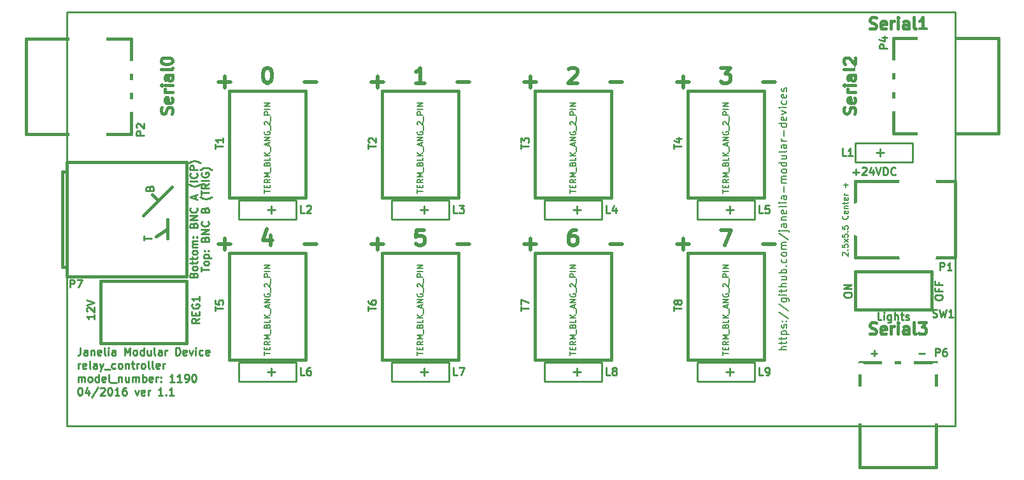
<source format=gto>
G04 #@! TF.FileFunction,Legend,Top*
%FSLAX46Y46*%
G04 Gerber Fmt 4.6, Leading zero omitted, Abs format (unit mm)*
G04 Created by KiCad (PCBNEW 0.201603210401+6634~43~ubuntu14.04.1-product) date Fri 08 Apr 2016 01:16:15 PM EDT*
%MOMM*%
G01*
G04 APERTURE LIST*
%ADD10C,0.100000*%
%ADD11C,0.508000*%
%ADD12C,0.254000*%
%ADD13C,0.381000*%
%ADD14C,0.190500*%
%ADD15C,0.228600*%
%ADD16O,1.524000X2.540000*%
%ADD17C,1.930400*%
%ADD18O,4.572000X3.556000*%
%ADD19O,4.064000X5.080000*%
%ADD20O,5.080000X3.556000*%
%ADD21O,5.080000X3.048000*%
%ADD22O,2.032000X1.524000*%
%ADD23O,1.524000X2.032000*%
%ADD24C,3.759200*%
%ADD25O,2.540000X1.524000*%
%ADD26O,1.651000X2.159000*%
%ADD27R,4.191000X1.778000*%
%ADD28C,1.600200*%
%ADD29R,5.029200X2.997200*%
%ADD30R,1.778000X4.191000*%
%ADD31R,2.997200X5.029200*%
%ADD32R,2.540000X2.540000*%
%ADD33O,2.540000X2.540000*%
G04 APERTURE END LIST*
D10*
D11*
X185915905Y-106190143D02*
X187464095Y-106190143D01*
X165595905Y-106190143D02*
X167144095Y-106190143D01*
X145275905Y-106190143D02*
X146824095Y-106190143D01*
X124955905Y-106190143D02*
X126504095Y-106190143D01*
X174485905Y-106190143D02*
X176034095Y-106190143D01*
X175260000Y-106964238D02*
X175260000Y-105416048D01*
X154165905Y-106190143D02*
X155714095Y-106190143D01*
X154940000Y-106964238D02*
X154940000Y-105416048D01*
X133845905Y-106190143D02*
X135394095Y-106190143D01*
X134620000Y-106964238D02*
X134620000Y-105416048D01*
X113525905Y-106190143D02*
X115074095Y-106190143D01*
X114300000Y-106964238D02*
X114300000Y-105416048D01*
X185915905Y-84600143D02*
X187464095Y-84600143D01*
X165595905Y-84600143D02*
X167144095Y-84600143D01*
X145275905Y-84600143D02*
X146824095Y-84600143D01*
X174485905Y-84600143D02*
X176034095Y-84600143D01*
X175260000Y-85374238D02*
X175260000Y-83826048D01*
X154165905Y-84600143D02*
X155714095Y-84600143D01*
X154940000Y-85374238D02*
X154940000Y-83826048D01*
X133845905Y-84600143D02*
X135394095Y-84600143D01*
X134620000Y-85374238D02*
X134620000Y-83826048D01*
X124955905Y-84600143D02*
X126504095Y-84600143D01*
X113525905Y-84600143D02*
X115074095Y-84600143D01*
X114300000Y-85374238D02*
X114300000Y-83826048D01*
X180297667Y-82707238D02*
X181555571Y-82707238D01*
X180878238Y-83481333D01*
X181168524Y-83481333D01*
X181362048Y-83578095D01*
X181458810Y-83674857D01*
X181555571Y-83868381D01*
X181555571Y-84352190D01*
X181458810Y-84545714D01*
X181362048Y-84642476D01*
X181168524Y-84739238D01*
X180587952Y-84739238D01*
X180394429Y-84642476D01*
X180297667Y-84545714D01*
X160074429Y-82900762D02*
X160171191Y-82804000D01*
X160364714Y-82707238D01*
X160848524Y-82707238D01*
X161042048Y-82804000D01*
X161138810Y-82900762D01*
X161235571Y-83094286D01*
X161235571Y-83287810D01*
X161138810Y-83578095D01*
X159977667Y-84739238D01*
X161235571Y-84739238D01*
X140915571Y-84739238D02*
X139754429Y-84739238D01*
X140335000Y-84739238D02*
X140335000Y-82707238D01*
X140141476Y-82997524D01*
X139947952Y-83191048D01*
X139754429Y-83287810D01*
X120402048Y-104974571D02*
X120402048Y-106329238D01*
X119918238Y-104200476D02*
X119434429Y-105651905D01*
X120692333Y-105651905D01*
X180297667Y-104297238D02*
X181652333Y-104297238D01*
X180781476Y-106329238D01*
X161042048Y-104297238D02*
X160655000Y-104297238D01*
X160461476Y-104394000D01*
X160364714Y-104490762D01*
X160171191Y-104781048D01*
X160074429Y-105168095D01*
X160074429Y-105942190D01*
X160171191Y-106135714D01*
X160267952Y-106232476D01*
X160461476Y-106329238D01*
X160848524Y-106329238D01*
X161042048Y-106232476D01*
X161138810Y-106135714D01*
X161235571Y-105942190D01*
X161235571Y-105458381D01*
X161138810Y-105264857D01*
X161042048Y-105168095D01*
X160848524Y-105071333D01*
X160461476Y-105071333D01*
X160267952Y-105168095D01*
X160171191Y-105264857D01*
X160074429Y-105458381D01*
X140818810Y-104297238D02*
X139851191Y-104297238D01*
X139754429Y-105264857D01*
X139851191Y-105168095D01*
X140044714Y-105071333D01*
X140528524Y-105071333D01*
X140722048Y-105168095D01*
X140818810Y-105264857D01*
X140915571Y-105458381D01*
X140915571Y-105942190D01*
X140818810Y-106135714D01*
X140722048Y-106232476D01*
X140528524Y-106329238D01*
X140044714Y-106329238D01*
X139851191Y-106232476D01*
X139754429Y-106135714D01*
X119918238Y-82707238D02*
X120111762Y-82707238D01*
X120305286Y-82804000D01*
X120402048Y-82900762D01*
X120498810Y-83094286D01*
X120595571Y-83481333D01*
X120595571Y-83965143D01*
X120498810Y-84352190D01*
X120402048Y-84545714D01*
X120305286Y-84642476D01*
X120111762Y-84739238D01*
X119918238Y-84739238D01*
X119724714Y-84642476D01*
X119627952Y-84545714D01*
X119531191Y-84352190D01*
X119434429Y-83965143D01*
X119434429Y-83481333D01*
X119531191Y-83094286D01*
X119627952Y-82900762D01*
X119724714Y-82804000D01*
X119918238Y-82707238D01*
D12*
X206622953Y-120722571D02*
X207397048Y-120722571D01*
X200272953Y-120722571D02*
X201047048Y-120722571D01*
X200660000Y-121109619D02*
X200660000Y-120335524D01*
X201651810Y-116283619D02*
X201168001Y-116283619D01*
X201168001Y-115267619D01*
X201990477Y-116283619D02*
X201990477Y-115606286D01*
X201990477Y-115267619D02*
X201942096Y-115316000D01*
X201990477Y-115364381D01*
X202038858Y-115316000D01*
X201990477Y-115267619D01*
X201990477Y-115364381D01*
X202909715Y-115606286D02*
X202909715Y-116428762D01*
X202861334Y-116525524D01*
X202812953Y-116573905D01*
X202716192Y-116622286D01*
X202571049Y-116622286D01*
X202474287Y-116573905D01*
X202909715Y-116235238D02*
X202812953Y-116283619D01*
X202619430Y-116283619D01*
X202522668Y-116235238D01*
X202474287Y-116186857D01*
X202425906Y-116090095D01*
X202425906Y-115799810D01*
X202474287Y-115703048D01*
X202522668Y-115654667D01*
X202619430Y-115606286D01*
X202812953Y-115606286D01*
X202909715Y-115654667D01*
X203393525Y-116283619D02*
X203393525Y-115267619D01*
X203828953Y-116283619D02*
X203828953Y-115751429D01*
X203780572Y-115654667D01*
X203683810Y-115606286D01*
X203538668Y-115606286D01*
X203441906Y-115654667D01*
X203393525Y-115703048D01*
X204167620Y-115606286D02*
X204554668Y-115606286D01*
X204312763Y-115267619D02*
X204312763Y-116138476D01*
X204361144Y-116235238D01*
X204457906Y-116283619D01*
X204554668Y-116283619D01*
X204844953Y-116235238D02*
X204941715Y-116283619D01*
X205135239Y-116283619D01*
X205232000Y-116235238D01*
X205280381Y-116138476D01*
X205280381Y-116090095D01*
X205232000Y-115993333D01*
X205135239Y-115944952D01*
X204990096Y-115944952D01*
X204893334Y-115896571D01*
X204844953Y-115799810D01*
X204844953Y-115751429D01*
X204893334Y-115654667D01*
X204990096Y-115606286D01*
X205135239Y-115606286D01*
X205232000Y-115654667D01*
D13*
X200097571Y-118091857D02*
X200315285Y-118164429D01*
X200678142Y-118164429D01*
X200823285Y-118091857D01*
X200895856Y-118019286D01*
X200968428Y-117874143D01*
X200968428Y-117729000D01*
X200895856Y-117583857D01*
X200823285Y-117511286D01*
X200678142Y-117438714D01*
X200387856Y-117366143D01*
X200242714Y-117293571D01*
X200170142Y-117221000D01*
X200097571Y-117075857D01*
X200097571Y-116930714D01*
X200170142Y-116785571D01*
X200242714Y-116713000D01*
X200387856Y-116640429D01*
X200750714Y-116640429D01*
X200968428Y-116713000D01*
X202202143Y-118091857D02*
X202057000Y-118164429D01*
X201766714Y-118164429D01*
X201621571Y-118091857D01*
X201549000Y-117946714D01*
X201549000Y-117366143D01*
X201621571Y-117221000D01*
X201766714Y-117148429D01*
X202057000Y-117148429D01*
X202202143Y-117221000D01*
X202274714Y-117366143D01*
X202274714Y-117511286D01*
X201549000Y-117656429D01*
X202927857Y-118164429D02*
X202927857Y-117148429D01*
X202927857Y-117438714D02*
X203000429Y-117293571D01*
X203073000Y-117221000D01*
X203218143Y-117148429D01*
X203363286Y-117148429D01*
X203871286Y-118164429D02*
X203871286Y-117148429D01*
X203871286Y-116640429D02*
X203798715Y-116713000D01*
X203871286Y-116785571D01*
X203943858Y-116713000D01*
X203871286Y-116640429D01*
X203871286Y-116785571D01*
X205250143Y-118164429D02*
X205250143Y-117366143D01*
X205177572Y-117221000D01*
X205032429Y-117148429D01*
X204742143Y-117148429D01*
X204597000Y-117221000D01*
X205250143Y-118091857D02*
X205105000Y-118164429D01*
X204742143Y-118164429D01*
X204597000Y-118091857D01*
X204524429Y-117946714D01*
X204524429Y-117801571D01*
X204597000Y-117656429D01*
X204742143Y-117583857D01*
X205105000Y-117583857D01*
X205250143Y-117511286D01*
X206193571Y-118164429D02*
X206048429Y-118091857D01*
X205975857Y-117946714D01*
X205975857Y-116640429D01*
X206629000Y-116640429D02*
X207572429Y-116640429D01*
X207064429Y-117221000D01*
X207282143Y-117221000D01*
X207427286Y-117293571D01*
X207499857Y-117366143D01*
X207572429Y-117511286D01*
X207572429Y-117874143D01*
X207499857Y-118019286D01*
X207427286Y-118091857D01*
X207282143Y-118164429D01*
X206846715Y-118164429D01*
X206701572Y-118091857D01*
X206629000Y-118019286D01*
X198101857Y-88827429D02*
X198174429Y-88609715D01*
X198174429Y-88246858D01*
X198101857Y-88101715D01*
X198029286Y-88029144D01*
X197884143Y-87956572D01*
X197739000Y-87956572D01*
X197593857Y-88029144D01*
X197521286Y-88101715D01*
X197448714Y-88246858D01*
X197376143Y-88537144D01*
X197303571Y-88682286D01*
X197231000Y-88754858D01*
X197085857Y-88827429D01*
X196940714Y-88827429D01*
X196795571Y-88754858D01*
X196723000Y-88682286D01*
X196650429Y-88537144D01*
X196650429Y-88174286D01*
X196723000Y-87956572D01*
X198101857Y-86722857D02*
X198174429Y-86868000D01*
X198174429Y-87158286D01*
X198101857Y-87303429D01*
X197956714Y-87376000D01*
X197376143Y-87376000D01*
X197231000Y-87303429D01*
X197158429Y-87158286D01*
X197158429Y-86868000D01*
X197231000Y-86722857D01*
X197376143Y-86650286D01*
X197521286Y-86650286D01*
X197666429Y-87376000D01*
X198174429Y-85997143D02*
X197158429Y-85997143D01*
X197448714Y-85997143D02*
X197303571Y-85924571D01*
X197231000Y-85852000D01*
X197158429Y-85706857D01*
X197158429Y-85561714D01*
X198174429Y-85053714D02*
X197158429Y-85053714D01*
X196650429Y-85053714D02*
X196723000Y-85126285D01*
X196795571Y-85053714D01*
X196723000Y-84981142D01*
X196650429Y-85053714D01*
X196795571Y-85053714D01*
X198174429Y-83674857D02*
X197376143Y-83674857D01*
X197231000Y-83747428D01*
X197158429Y-83892571D01*
X197158429Y-84182857D01*
X197231000Y-84328000D01*
X198101857Y-83674857D02*
X198174429Y-83820000D01*
X198174429Y-84182857D01*
X198101857Y-84328000D01*
X197956714Y-84400571D01*
X197811571Y-84400571D01*
X197666429Y-84328000D01*
X197593857Y-84182857D01*
X197593857Y-83820000D01*
X197521286Y-83674857D01*
X198174429Y-82731429D02*
X198101857Y-82876571D01*
X197956714Y-82949143D01*
X196650429Y-82949143D01*
X196795571Y-82223428D02*
X196723000Y-82150857D01*
X196650429Y-82005714D01*
X196650429Y-81642857D01*
X196723000Y-81497714D01*
X196795571Y-81425143D01*
X196940714Y-81352571D01*
X197085857Y-81352571D01*
X197303571Y-81425143D01*
X198174429Y-82296000D01*
X198174429Y-81352571D01*
X200097571Y-77451857D02*
X200315285Y-77524429D01*
X200678142Y-77524429D01*
X200823285Y-77451857D01*
X200895856Y-77379286D01*
X200968428Y-77234143D01*
X200968428Y-77089000D01*
X200895856Y-76943857D01*
X200823285Y-76871286D01*
X200678142Y-76798714D01*
X200387856Y-76726143D01*
X200242714Y-76653571D01*
X200170142Y-76581000D01*
X200097571Y-76435857D01*
X200097571Y-76290714D01*
X200170142Y-76145571D01*
X200242714Y-76073000D01*
X200387856Y-76000429D01*
X200750714Y-76000429D01*
X200968428Y-76073000D01*
X202202143Y-77451857D02*
X202057000Y-77524429D01*
X201766714Y-77524429D01*
X201621571Y-77451857D01*
X201549000Y-77306714D01*
X201549000Y-76726143D01*
X201621571Y-76581000D01*
X201766714Y-76508429D01*
X202057000Y-76508429D01*
X202202143Y-76581000D01*
X202274714Y-76726143D01*
X202274714Y-76871286D01*
X201549000Y-77016429D01*
X202927857Y-77524429D02*
X202927857Y-76508429D01*
X202927857Y-76798714D02*
X203000429Y-76653571D01*
X203073000Y-76581000D01*
X203218143Y-76508429D01*
X203363286Y-76508429D01*
X203871286Y-77524429D02*
X203871286Y-76508429D01*
X203871286Y-76000429D02*
X203798715Y-76073000D01*
X203871286Y-76145571D01*
X203943858Y-76073000D01*
X203871286Y-76000429D01*
X203871286Y-76145571D01*
X205250143Y-77524429D02*
X205250143Y-76726143D01*
X205177572Y-76581000D01*
X205032429Y-76508429D01*
X204742143Y-76508429D01*
X204597000Y-76581000D01*
X205250143Y-77451857D02*
X205105000Y-77524429D01*
X204742143Y-77524429D01*
X204597000Y-77451857D01*
X204524429Y-77306714D01*
X204524429Y-77161571D01*
X204597000Y-77016429D01*
X204742143Y-76943857D01*
X205105000Y-76943857D01*
X205250143Y-76871286D01*
X206193571Y-77524429D02*
X206048429Y-77451857D01*
X205975857Y-77306714D01*
X205975857Y-76000429D01*
X207572429Y-77524429D02*
X206701572Y-77524429D01*
X207137000Y-77524429D02*
X207137000Y-76000429D01*
X206991857Y-76218143D01*
X206846715Y-76363286D01*
X206701572Y-76435857D01*
X107296857Y-88827429D02*
X107369429Y-88609715D01*
X107369429Y-88246858D01*
X107296857Y-88101715D01*
X107224286Y-88029144D01*
X107079143Y-87956572D01*
X106934000Y-87956572D01*
X106788857Y-88029144D01*
X106716286Y-88101715D01*
X106643714Y-88246858D01*
X106571143Y-88537144D01*
X106498571Y-88682286D01*
X106426000Y-88754858D01*
X106280857Y-88827429D01*
X106135714Y-88827429D01*
X105990571Y-88754858D01*
X105918000Y-88682286D01*
X105845429Y-88537144D01*
X105845429Y-88174286D01*
X105918000Y-87956572D01*
X107296857Y-86722857D02*
X107369429Y-86868000D01*
X107369429Y-87158286D01*
X107296857Y-87303429D01*
X107151714Y-87376000D01*
X106571143Y-87376000D01*
X106426000Y-87303429D01*
X106353429Y-87158286D01*
X106353429Y-86868000D01*
X106426000Y-86722857D01*
X106571143Y-86650286D01*
X106716286Y-86650286D01*
X106861429Y-87376000D01*
X107369429Y-85997143D02*
X106353429Y-85997143D01*
X106643714Y-85997143D02*
X106498571Y-85924571D01*
X106426000Y-85852000D01*
X106353429Y-85706857D01*
X106353429Y-85561714D01*
X107369429Y-85053714D02*
X106353429Y-85053714D01*
X105845429Y-85053714D02*
X105918000Y-85126285D01*
X105990571Y-85053714D01*
X105918000Y-84981142D01*
X105845429Y-85053714D01*
X105990571Y-85053714D01*
X107369429Y-83674857D02*
X106571143Y-83674857D01*
X106426000Y-83747428D01*
X106353429Y-83892571D01*
X106353429Y-84182857D01*
X106426000Y-84328000D01*
X107296857Y-83674857D02*
X107369429Y-83820000D01*
X107369429Y-84182857D01*
X107296857Y-84328000D01*
X107151714Y-84400571D01*
X107006571Y-84400571D01*
X106861429Y-84328000D01*
X106788857Y-84182857D01*
X106788857Y-83820000D01*
X106716286Y-83674857D01*
X107369429Y-82731429D02*
X107296857Y-82876571D01*
X107151714Y-82949143D01*
X105845429Y-82949143D01*
X105845429Y-81860571D02*
X105845429Y-81715428D01*
X105918000Y-81570285D01*
X105990571Y-81497714D01*
X106135714Y-81425143D01*
X106426000Y-81352571D01*
X106788857Y-81352571D01*
X107079143Y-81425143D01*
X107224286Y-81497714D01*
X107296857Y-81570285D01*
X107369429Y-81715428D01*
X107369429Y-81860571D01*
X107296857Y-82005714D01*
X107224286Y-82078285D01*
X107079143Y-82150857D01*
X106788857Y-82223428D01*
X106426000Y-82223428D01*
X106135714Y-82150857D01*
X105990571Y-82078285D01*
X105918000Y-82005714D01*
X105845429Y-81860571D01*
D14*
X196505286Y-107732285D02*
X196469000Y-107695999D01*
X196432714Y-107623428D01*
X196432714Y-107441999D01*
X196469000Y-107369428D01*
X196505286Y-107333142D01*
X196577857Y-107296857D01*
X196650429Y-107296857D01*
X196759286Y-107333142D01*
X197194714Y-107768571D01*
X197194714Y-107296857D01*
X197122143Y-106970285D02*
X197158429Y-106934000D01*
X197194714Y-106970285D01*
X197158429Y-107006571D01*
X197122143Y-106970285D01*
X197194714Y-106970285D01*
X196432714Y-106244571D02*
X196432714Y-106607428D01*
X196795571Y-106643714D01*
X196759286Y-106607428D01*
X196723000Y-106534857D01*
X196723000Y-106353428D01*
X196759286Y-106280857D01*
X196795571Y-106244571D01*
X196868143Y-106208286D01*
X197049571Y-106208286D01*
X197122143Y-106244571D01*
X197158429Y-106280857D01*
X197194714Y-106353428D01*
X197194714Y-106534857D01*
X197158429Y-106607428D01*
X197122143Y-106643714D01*
X197194714Y-105954286D02*
X196686714Y-105555143D01*
X196686714Y-105954286D02*
X197194714Y-105555143D01*
X196432714Y-104902000D02*
X196432714Y-105264857D01*
X196795571Y-105301143D01*
X196759286Y-105264857D01*
X196723000Y-105192286D01*
X196723000Y-105010857D01*
X196759286Y-104938286D01*
X196795571Y-104902000D01*
X196868143Y-104865715D01*
X197049571Y-104865715D01*
X197122143Y-104902000D01*
X197158429Y-104938286D01*
X197194714Y-105010857D01*
X197194714Y-105192286D01*
X197158429Y-105264857D01*
X197122143Y-105301143D01*
X197122143Y-104539143D02*
X197158429Y-104502858D01*
X197194714Y-104539143D01*
X197158429Y-104575429D01*
X197122143Y-104539143D01*
X197194714Y-104539143D01*
X196432714Y-103813429D02*
X196432714Y-104176286D01*
X196795571Y-104212572D01*
X196759286Y-104176286D01*
X196723000Y-104103715D01*
X196723000Y-103922286D01*
X196759286Y-103849715D01*
X196795571Y-103813429D01*
X196868143Y-103777144D01*
X197049571Y-103777144D01*
X197122143Y-103813429D01*
X197158429Y-103849715D01*
X197194714Y-103922286D01*
X197194714Y-104103715D01*
X197158429Y-104176286D01*
X197122143Y-104212572D01*
X197122143Y-102434573D02*
X197158429Y-102470859D01*
X197194714Y-102579716D01*
X197194714Y-102652287D01*
X197158429Y-102761144D01*
X197085857Y-102833716D01*
X197013286Y-102870001D01*
X196868143Y-102906287D01*
X196759286Y-102906287D01*
X196614143Y-102870001D01*
X196541571Y-102833716D01*
X196469000Y-102761144D01*
X196432714Y-102652287D01*
X196432714Y-102579716D01*
X196469000Y-102470859D01*
X196505286Y-102434573D01*
X197158429Y-101817716D02*
X197194714Y-101890287D01*
X197194714Y-102035430D01*
X197158429Y-102108001D01*
X197085857Y-102144287D01*
X196795571Y-102144287D01*
X196723000Y-102108001D01*
X196686714Y-102035430D01*
X196686714Y-101890287D01*
X196723000Y-101817716D01*
X196795571Y-101781430D01*
X196868143Y-101781430D01*
X196940714Y-102144287D01*
X196686714Y-101454858D02*
X197194714Y-101454858D01*
X196759286Y-101454858D02*
X196723000Y-101418573D01*
X196686714Y-101346001D01*
X196686714Y-101237144D01*
X196723000Y-101164573D01*
X196795571Y-101128287D01*
X197194714Y-101128287D01*
X196686714Y-100874287D02*
X196686714Y-100584001D01*
X196432714Y-100765429D02*
X197085857Y-100765429D01*
X197158429Y-100729144D01*
X197194714Y-100656572D01*
X197194714Y-100584001D01*
X197158429Y-100039715D02*
X197194714Y-100112286D01*
X197194714Y-100257429D01*
X197158429Y-100330000D01*
X197085857Y-100366286D01*
X196795571Y-100366286D01*
X196723000Y-100330000D01*
X196686714Y-100257429D01*
X196686714Y-100112286D01*
X196723000Y-100039715D01*
X196795571Y-100003429D01*
X196868143Y-100003429D01*
X196940714Y-100366286D01*
X197194714Y-99676857D02*
X196686714Y-99676857D01*
X196831857Y-99676857D02*
X196759286Y-99640572D01*
X196723000Y-99604286D01*
X196686714Y-99531715D01*
X196686714Y-99459143D01*
X196904429Y-98624572D02*
X196904429Y-98044001D01*
X197194714Y-98334287D02*
X196614143Y-98334287D01*
D15*
X211455000Y-75311000D02*
X93345000Y-75311000D01*
X211455000Y-130429000D02*
X211455000Y-75311000D01*
X93345000Y-130429000D02*
X211455000Y-130429000D01*
X93345000Y-75311000D02*
X93345000Y-130429000D01*
D12*
X96979619Y-115563952D02*
X96979619Y-116144523D01*
X96979619Y-115854237D02*
X95963619Y-115854237D01*
X96108762Y-115950999D01*
X96205524Y-116047761D01*
X96253905Y-116144523D01*
X96060381Y-115176904D02*
X96012000Y-115128523D01*
X95963619Y-115031761D01*
X95963619Y-114789857D01*
X96012000Y-114693095D01*
X96060381Y-114644714D01*
X96157143Y-114596333D01*
X96253905Y-114596333D01*
X96399048Y-114644714D01*
X96979619Y-115225285D01*
X96979619Y-114596333D01*
X95963619Y-114306047D02*
X96979619Y-113967380D01*
X95963619Y-113628714D01*
X197853905Y-96592571D02*
X198628000Y-96592571D01*
X198240952Y-96979619D02*
X198240952Y-96205524D01*
X199063429Y-96060381D02*
X199111810Y-96012000D01*
X199208572Y-95963619D01*
X199450476Y-95963619D01*
X199547238Y-96012000D01*
X199595619Y-96060381D01*
X199644000Y-96157143D01*
X199644000Y-96253905D01*
X199595619Y-96399048D01*
X199015048Y-96979619D01*
X199644000Y-96979619D01*
X200514857Y-96302286D02*
X200514857Y-96979619D01*
X200272953Y-95915238D02*
X200031048Y-96640952D01*
X200660000Y-96640952D01*
X200901905Y-95963619D02*
X201240572Y-96979619D01*
X201579238Y-95963619D01*
X201917905Y-96979619D02*
X201917905Y-95963619D01*
X202159810Y-95963619D01*
X202304952Y-96012000D01*
X202401714Y-96108762D01*
X202450095Y-96205524D01*
X202498476Y-96399048D01*
X202498476Y-96544190D01*
X202450095Y-96737714D01*
X202401714Y-96834476D01*
X202304952Y-96931238D01*
X202159810Y-96979619D01*
X201917905Y-96979619D01*
X203514476Y-96882857D02*
X203466095Y-96931238D01*
X203320952Y-96979619D01*
X203224190Y-96979619D01*
X203079048Y-96931238D01*
X202982286Y-96834476D01*
X202933905Y-96737714D01*
X202885524Y-96544190D01*
X202885524Y-96399048D01*
X202933905Y-96205524D01*
X202982286Y-96108762D01*
X203079048Y-96012000D01*
X203224190Y-95963619D01*
X203320952Y-95963619D01*
X203466095Y-96012000D01*
X203514476Y-96060381D01*
D14*
X189054619Y-120287142D02*
X188038619Y-120287142D01*
X189054619Y-119851714D02*
X188522429Y-119851714D01*
X188425667Y-119900095D01*
X188377286Y-119996857D01*
X188377286Y-120141999D01*
X188425667Y-120238761D01*
X188474048Y-120287142D01*
X188377286Y-119513047D02*
X188377286Y-119125999D01*
X188038619Y-119367904D02*
X188909476Y-119367904D01*
X189006238Y-119319523D01*
X189054619Y-119222761D01*
X189054619Y-119125999D01*
X188377286Y-118932476D02*
X188377286Y-118545428D01*
X188038619Y-118787333D02*
X188909476Y-118787333D01*
X189006238Y-118738952D01*
X189054619Y-118642190D01*
X189054619Y-118545428D01*
X188377286Y-118206762D02*
X189393286Y-118206762D01*
X188425667Y-118206762D02*
X188377286Y-118110000D01*
X188377286Y-117916477D01*
X188425667Y-117819715D01*
X188474048Y-117771334D01*
X188570810Y-117722953D01*
X188861095Y-117722953D01*
X188957857Y-117771334D01*
X189006238Y-117819715D01*
X189054619Y-117916477D01*
X189054619Y-118110000D01*
X189006238Y-118206762D01*
X189006238Y-117335905D02*
X189054619Y-117239143D01*
X189054619Y-117045619D01*
X189006238Y-116948858D01*
X188909476Y-116900477D01*
X188861095Y-116900477D01*
X188764333Y-116948858D01*
X188715952Y-117045619D01*
X188715952Y-117190762D01*
X188667571Y-117287524D01*
X188570810Y-117335905D01*
X188522429Y-117335905D01*
X188425667Y-117287524D01*
X188377286Y-117190762D01*
X188377286Y-117045619D01*
X188425667Y-116948858D01*
X188957857Y-116465048D02*
X189006238Y-116416667D01*
X189054619Y-116465048D01*
X189006238Y-116513429D01*
X188957857Y-116465048D01*
X189054619Y-116465048D01*
X188425667Y-116465048D02*
X188474048Y-116416667D01*
X188522429Y-116465048D01*
X188474048Y-116513429D01*
X188425667Y-116465048D01*
X188522429Y-116465048D01*
X187990238Y-115255524D02*
X189296524Y-116126381D01*
X187990238Y-114191143D02*
X189296524Y-115062000D01*
X188377286Y-113417048D02*
X189199762Y-113417048D01*
X189296524Y-113465429D01*
X189344905Y-113513810D01*
X189393286Y-113610571D01*
X189393286Y-113755714D01*
X189344905Y-113852476D01*
X189006238Y-113417048D02*
X189054619Y-113513810D01*
X189054619Y-113707333D01*
X189006238Y-113804095D01*
X188957857Y-113852476D01*
X188861095Y-113900857D01*
X188570810Y-113900857D01*
X188474048Y-113852476D01*
X188425667Y-113804095D01*
X188377286Y-113707333D01*
X188377286Y-113513810D01*
X188425667Y-113417048D01*
X189054619Y-112933238D02*
X188377286Y-112933238D01*
X188038619Y-112933238D02*
X188087000Y-112981619D01*
X188135381Y-112933238D01*
X188087000Y-112884857D01*
X188038619Y-112933238D01*
X188135381Y-112933238D01*
X188377286Y-112594571D02*
X188377286Y-112207523D01*
X188038619Y-112449428D02*
X188909476Y-112449428D01*
X189006238Y-112401047D01*
X189054619Y-112304285D01*
X189054619Y-112207523D01*
X189054619Y-111868857D02*
X188038619Y-111868857D01*
X189054619Y-111433429D02*
X188522429Y-111433429D01*
X188425667Y-111481810D01*
X188377286Y-111578572D01*
X188377286Y-111723714D01*
X188425667Y-111820476D01*
X188474048Y-111868857D01*
X188377286Y-110514191D02*
X189054619Y-110514191D01*
X188377286Y-110949619D02*
X188909476Y-110949619D01*
X189006238Y-110901238D01*
X189054619Y-110804476D01*
X189054619Y-110659334D01*
X189006238Y-110562572D01*
X188957857Y-110514191D01*
X189054619Y-110030381D02*
X188038619Y-110030381D01*
X188425667Y-110030381D02*
X188377286Y-109933619D01*
X188377286Y-109740096D01*
X188425667Y-109643334D01*
X188474048Y-109594953D01*
X188570810Y-109546572D01*
X188861095Y-109546572D01*
X188957857Y-109594953D01*
X189006238Y-109643334D01*
X189054619Y-109740096D01*
X189054619Y-109933619D01*
X189006238Y-110030381D01*
X188957857Y-109111143D02*
X189006238Y-109062762D01*
X189054619Y-109111143D01*
X189006238Y-109159524D01*
X188957857Y-109111143D01*
X189054619Y-109111143D01*
X189006238Y-108191905D02*
X189054619Y-108288667D01*
X189054619Y-108482190D01*
X189006238Y-108578952D01*
X188957857Y-108627333D01*
X188861095Y-108675714D01*
X188570810Y-108675714D01*
X188474048Y-108627333D01*
X188425667Y-108578952D01*
X188377286Y-108482190D01*
X188377286Y-108288667D01*
X188425667Y-108191905D01*
X189054619Y-107611333D02*
X189006238Y-107708095D01*
X188957857Y-107756476D01*
X188861095Y-107804857D01*
X188570810Y-107804857D01*
X188474048Y-107756476D01*
X188425667Y-107708095D01*
X188377286Y-107611333D01*
X188377286Y-107466191D01*
X188425667Y-107369429D01*
X188474048Y-107321048D01*
X188570810Y-107272667D01*
X188861095Y-107272667D01*
X188957857Y-107321048D01*
X189006238Y-107369429D01*
X189054619Y-107466191D01*
X189054619Y-107611333D01*
X189054619Y-106837238D02*
X188377286Y-106837238D01*
X188474048Y-106837238D02*
X188425667Y-106788857D01*
X188377286Y-106692095D01*
X188377286Y-106546953D01*
X188425667Y-106450191D01*
X188522429Y-106401810D01*
X189054619Y-106401810D01*
X188522429Y-106401810D02*
X188425667Y-106353429D01*
X188377286Y-106256667D01*
X188377286Y-106111524D01*
X188425667Y-106014762D01*
X188522429Y-105966381D01*
X189054619Y-105966381D01*
X187990238Y-104756857D02*
X189296524Y-105627714D01*
X188377286Y-104418190D02*
X189248143Y-104418190D01*
X189344905Y-104466571D01*
X189393286Y-104563333D01*
X189393286Y-104611714D01*
X188038619Y-104418190D02*
X188087000Y-104466571D01*
X188135381Y-104418190D01*
X188087000Y-104369809D01*
X188038619Y-104418190D01*
X188135381Y-104418190D01*
X189054619Y-103498952D02*
X188522429Y-103498952D01*
X188425667Y-103547333D01*
X188377286Y-103644095D01*
X188377286Y-103837618D01*
X188425667Y-103934380D01*
X189006238Y-103498952D02*
X189054619Y-103595714D01*
X189054619Y-103837618D01*
X189006238Y-103934380D01*
X188909476Y-103982761D01*
X188812714Y-103982761D01*
X188715952Y-103934380D01*
X188667571Y-103837618D01*
X188667571Y-103595714D01*
X188619190Y-103498952D01*
X188377286Y-103015142D02*
X189054619Y-103015142D01*
X188474048Y-103015142D02*
X188425667Y-102966761D01*
X188377286Y-102869999D01*
X188377286Y-102724857D01*
X188425667Y-102628095D01*
X188522429Y-102579714D01*
X189054619Y-102579714D01*
X189006238Y-101708857D02*
X189054619Y-101805619D01*
X189054619Y-101999142D01*
X189006238Y-102095904D01*
X188909476Y-102144285D01*
X188522429Y-102144285D01*
X188425667Y-102095904D01*
X188377286Y-101999142D01*
X188377286Y-101805619D01*
X188425667Y-101708857D01*
X188522429Y-101660476D01*
X188619190Y-101660476D01*
X188715952Y-102144285D01*
X189054619Y-101079904D02*
X189006238Y-101176666D01*
X188909476Y-101225047D01*
X188038619Y-101225047D01*
X189054619Y-100692857D02*
X188377286Y-100692857D01*
X188038619Y-100692857D02*
X188087000Y-100741238D01*
X188135381Y-100692857D01*
X188087000Y-100644476D01*
X188038619Y-100692857D01*
X188135381Y-100692857D01*
X189054619Y-99773619D02*
X188522429Y-99773619D01*
X188425667Y-99822000D01*
X188377286Y-99918762D01*
X188377286Y-100112285D01*
X188425667Y-100209047D01*
X189006238Y-99773619D02*
X189054619Y-99870381D01*
X189054619Y-100112285D01*
X189006238Y-100209047D01*
X188909476Y-100257428D01*
X188812714Y-100257428D01*
X188715952Y-100209047D01*
X188667571Y-100112285D01*
X188667571Y-99870381D01*
X188619190Y-99773619D01*
X188667571Y-99289809D02*
X188667571Y-98515714D01*
X189054619Y-98031904D02*
X188377286Y-98031904D01*
X188474048Y-98031904D02*
X188425667Y-97983523D01*
X188377286Y-97886761D01*
X188377286Y-97741619D01*
X188425667Y-97644857D01*
X188522429Y-97596476D01*
X189054619Y-97596476D01*
X188522429Y-97596476D02*
X188425667Y-97548095D01*
X188377286Y-97451333D01*
X188377286Y-97306190D01*
X188425667Y-97209428D01*
X188522429Y-97161047D01*
X189054619Y-97161047D01*
X189054619Y-96532094D02*
X189006238Y-96628856D01*
X188957857Y-96677237D01*
X188861095Y-96725618D01*
X188570810Y-96725618D01*
X188474048Y-96677237D01*
X188425667Y-96628856D01*
X188377286Y-96532094D01*
X188377286Y-96386952D01*
X188425667Y-96290190D01*
X188474048Y-96241809D01*
X188570810Y-96193428D01*
X188861095Y-96193428D01*
X188957857Y-96241809D01*
X189006238Y-96290190D01*
X189054619Y-96386952D01*
X189054619Y-96532094D01*
X189054619Y-95322571D02*
X188038619Y-95322571D01*
X189006238Y-95322571D02*
X189054619Y-95419333D01*
X189054619Y-95612856D01*
X189006238Y-95709618D01*
X188957857Y-95757999D01*
X188861095Y-95806380D01*
X188570810Y-95806380D01*
X188474048Y-95757999D01*
X188425667Y-95709618D01*
X188377286Y-95612856D01*
X188377286Y-95419333D01*
X188425667Y-95322571D01*
X188377286Y-94403333D02*
X189054619Y-94403333D01*
X188377286Y-94838761D02*
X188909476Y-94838761D01*
X189006238Y-94790380D01*
X189054619Y-94693618D01*
X189054619Y-94548476D01*
X189006238Y-94451714D01*
X188957857Y-94403333D01*
X189054619Y-93774380D02*
X189006238Y-93871142D01*
X188909476Y-93919523D01*
X188038619Y-93919523D01*
X189054619Y-92951905D02*
X188522429Y-92951905D01*
X188425667Y-93000286D01*
X188377286Y-93097048D01*
X188377286Y-93290571D01*
X188425667Y-93387333D01*
X189006238Y-92951905D02*
X189054619Y-93048667D01*
X189054619Y-93290571D01*
X189006238Y-93387333D01*
X188909476Y-93435714D01*
X188812714Y-93435714D01*
X188715952Y-93387333D01*
X188667571Y-93290571D01*
X188667571Y-93048667D01*
X188619190Y-92951905D01*
X189054619Y-92468095D02*
X188377286Y-92468095D01*
X188570810Y-92468095D02*
X188474048Y-92419714D01*
X188425667Y-92371333D01*
X188377286Y-92274571D01*
X188377286Y-92177810D01*
X188667571Y-91839143D02*
X188667571Y-91065048D01*
X189054619Y-90145810D02*
X188038619Y-90145810D01*
X189006238Y-90145810D02*
X189054619Y-90242572D01*
X189054619Y-90436095D01*
X189006238Y-90532857D01*
X188957857Y-90581238D01*
X188861095Y-90629619D01*
X188570810Y-90629619D01*
X188474048Y-90581238D01*
X188425667Y-90532857D01*
X188377286Y-90436095D01*
X188377286Y-90242572D01*
X188425667Y-90145810D01*
X189006238Y-89274953D02*
X189054619Y-89371715D01*
X189054619Y-89565238D01*
X189006238Y-89662000D01*
X188909476Y-89710381D01*
X188522429Y-89710381D01*
X188425667Y-89662000D01*
X188377286Y-89565238D01*
X188377286Y-89371715D01*
X188425667Y-89274953D01*
X188522429Y-89226572D01*
X188619190Y-89226572D01*
X188715952Y-89710381D01*
X188377286Y-88887905D02*
X189054619Y-88646000D01*
X188377286Y-88404096D01*
X189054619Y-88017048D02*
X188377286Y-88017048D01*
X188038619Y-88017048D02*
X188087000Y-88065429D01*
X188135381Y-88017048D01*
X188087000Y-87968667D01*
X188038619Y-88017048D01*
X188135381Y-88017048D01*
X189006238Y-87097810D02*
X189054619Y-87194572D01*
X189054619Y-87388095D01*
X189006238Y-87484857D01*
X188957857Y-87533238D01*
X188861095Y-87581619D01*
X188570810Y-87581619D01*
X188474048Y-87533238D01*
X188425667Y-87484857D01*
X188377286Y-87388095D01*
X188377286Y-87194572D01*
X188425667Y-87097810D01*
X189006238Y-86275334D02*
X189054619Y-86372096D01*
X189054619Y-86565619D01*
X189006238Y-86662381D01*
X188909476Y-86710762D01*
X188522429Y-86710762D01*
X188425667Y-86662381D01*
X188377286Y-86565619D01*
X188377286Y-86372096D01*
X188425667Y-86275334D01*
X188522429Y-86226953D01*
X188619190Y-86226953D01*
X188715952Y-86710762D01*
X189006238Y-85839905D02*
X189054619Y-85743143D01*
X189054619Y-85549619D01*
X189006238Y-85452858D01*
X188909476Y-85404477D01*
X188861095Y-85404477D01*
X188764333Y-85452858D01*
X188715952Y-85549619D01*
X188715952Y-85694762D01*
X188667571Y-85791524D01*
X188570810Y-85839905D01*
X188522429Y-85839905D01*
X188425667Y-85791524D01*
X188377286Y-85694762D01*
X188377286Y-85549619D01*
X188425667Y-85452858D01*
D12*
X95147190Y-119966619D02*
X95147190Y-120692333D01*
X95098810Y-120837476D01*
X95002048Y-120934238D01*
X94856905Y-120982619D01*
X94760143Y-120982619D01*
X96066428Y-120982619D02*
X96066428Y-120450429D01*
X96018047Y-120353667D01*
X95921285Y-120305286D01*
X95727762Y-120305286D01*
X95631000Y-120353667D01*
X96066428Y-120934238D02*
X95969666Y-120982619D01*
X95727762Y-120982619D01*
X95631000Y-120934238D01*
X95582619Y-120837476D01*
X95582619Y-120740714D01*
X95631000Y-120643952D01*
X95727762Y-120595571D01*
X95969666Y-120595571D01*
X96066428Y-120547190D01*
X96550238Y-120305286D02*
X96550238Y-120982619D01*
X96550238Y-120402048D02*
X96598619Y-120353667D01*
X96695381Y-120305286D01*
X96840523Y-120305286D01*
X96937285Y-120353667D01*
X96985666Y-120450429D01*
X96985666Y-120982619D01*
X97856523Y-120934238D02*
X97759761Y-120982619D01*
X97566238Y-120982619D01*
X97469476Y-120934238D01*
X97421095Y-120837476D01*
X97421095Y-120450429D01*
X97469476Y-120353667D01*
X97566238Y-120305286D01*
X97759761Y-120305286D01*
X97856523Y-120353667D01*
X97904904Y-120450429D01*
X97904904Y-120547190D01*
X97421095Y-120643952D01*
X98485476Y-120982619D02*
X98388714Y-120934238D01*
X98340333Y-120837476D01*
X98340333Y-119966619D01*
X98872523Y-120982619D02*
X98872523Y-120305286D01*
X98872523Y-119966619D02*
X98824142Y-120015000D01*
X98872523Y-120063381D01*
X98920904Y-120015000D01*
X98872523Y-119966619D01*
X98872523Y-120063381D01*
X99791761Y-120982619D02*
X99791761Y-120450429D01*
X99743380Y-120353667D01*
X99646618Y-120305286D01*
X99453095Y-120305286D01*
X99356333Y-120353667D01*
X99791761Y-120934238D02*
X99694999Y-120982619D01*
X99453095Y-120982619D01*
X99356333Y-120934238D01*
X99307952Y-120837476D01*
X99307952Y-120740714D01*
X99356333Y-120643952D01*
X99453095Y-120595571D01*
X99694999Y-120595571D01*
X99791761Y-120547190D01*
X101049666Y-120982619D02*
X101049666Y-119966619D01*
X101388332Y-120692333D01*
X101726999Y-119966619D01*
X101726999Y-120982619D01*
X102355952Y-120982619D02*
X102259190Y-120934238D01*
X102210809Y-120885857D01*
X102162428Y-120789095D01*
X102162428Y-120498810D01*
X102210809Y-120402048D01*
X102259190Y-120353667D01*
X102355952Y-120305286D01*
X102501094Y-120305286D01*
X102597856Y-120353667D01*
X102646237Y-120402048D01*
X102694618Y-120498810D01*
X102694618Y-120789095D01*
X102646237Y-120885857D01*
X102597856Y-120934238D01*
X102501094Y-120982619D01*
X102355952Y-120982619D01*
X103565475Y-120982619D02*
X103565475Y-119966619D01*
X103565475Y-120934238D02*
X103468713Y-120982619D01*
X103275190Y-120982619D01*
X103178428Y-120934238D01*
X103130047Y-120885857D01*
X103081666Y-120789095D01*
X103081666Y-120498810D01*
X103130047Y-120402048D01*
X103178428Y-120353667D01*
X103275190Y-120305286D01*
X103468713Y-120305286D01*
X103565475Y-120353667D01*
X104484713Y-120305286D02*
X104484713Y-120982619D01*
X104049285Y-120305286D02*
X104049285Y-120837476D01*
X104097666Y-120934238D01*
X104194428Y-120982619D01*
X104339570Y-120982619D01*
X104436332Y-120934238D01*
X104484713Y-120885857D01*
X105113666Y-120982619D02*
X105016904Y-120934238D01*
X104968523Y-120837476D01*
X104968523Y-119966619D01*
X105936141Y-120982619D02*
X105936141Y-120450429D01*
X105887760Y-120353667D01*
X105790998Y-120305286D01*
X105597475Y-120305286D01*
X105500713Y-120353667D01*
X105936141Y-120934238D02*
X105839379Y-120982619D01*
X105597475Y-120982619D01*
X105500713Y-120934238D01*
X105452332Y-120837476D01*
X105452332Y-120740714D01*
X105500713Y-120643952D01*
X105597475Y-120595571D01*
X105839379Y-120595571D01*
X105936141Y-120547190D01*
X106419951Y-120982619D02*
X106419951Y-120305286D01*
X106419951Y-120498810D02*
X106468332Y-120402048D01*
X106516713Y-120353667D01*
X106613475Y-120305286D01*
X106710236Y-120305286D01*
X107822998Y-120982619D02*
X107822998Y-119966619D01*
X108064903Y-119966619D01*
X108210045Y-120015000D01*
X108306807Y-120111762D01*
X108355188Y-120208524D01*
X108403569Y-120402048D01*
X108403569Y-120547190D01*
X108355188Y-120740714D01*
X108306807Y-120837476D01*
X108210045Y-120934238D01*
X108064903Y-120982619D01*
X107822998Y-120982619D01*
X109226045Y-120934238D02*
X109129283Y-120982619D01*
X108935760Y-120982619D01*
X108838998Y-120934238D01*
X108790617Y-120837476D01*
X108790617Y-120450429D01*
X108838998Y-120353667D01*
X108935760Y-120305286D01*
X109129283Y-120305286D01*
X109226045Y-120353667D01*
X109274426Y-120450429D01*
X109274426Y-120547190D01*
X108790617Y-120643952D01*
X109613093Y-120305286D02*
X109854998Y-120982619D01*
X110096902Y-120305286D01*
X110483950Y-120982619D02*
X110483950Y-120305286D01*
X110483950Y-119966619D02*
X110435569Y-120015000D01*
X110483950Y-120063381D01*
X110532331Y-120015000D01*
X110483950Y-119966619D01*
X110483950Y-120063381D01*
X111403188Y-120934238D02*
X111306426Y-120982619D01*
X111112903Y-120982619D01*
X111016141Y-120934238D01*
X110967760Y-120885857D01*
X110919379Y-120789095D01*
X110919379Y-120498810D01*
X110967760Y-120402048D01*
X111016141Y-120353667D01*
X111112903Y-120305286D01*
X111306426Y-120305286D01*
X111403188Y-120353667D01*
X112225664Y-120934238D02*
X112128902Y-120982619D01*
X111935379Y-120982619D01*
X111838617Y-120934238D01*
X111790236Y-120837476D01*
X111790236Y-120450429D01*
X111838617Y-120353667D01*
X111935379Y-120305286D01*
X112128902Y-120305286D01*
X112225664Y-120353667D01*
X112274045Y-120450429D01*
X112274045Y-120547190D01*
X111790236Y-120643952D01*
X94856905Y-122760619D02*
X94856905Y-122083286D01*
X94856905Y-122276810D02*
X94905286Y-122180048D01*
X94953667Y-122131667D01*
X95050429Y-122083286D01*
X95147190Y-122083286D01*
X95872904Y-122712238D02*
X95776142Y-122760619D01*
X95582619Y-122760619D01*
X95485857Y-122712238D01*
X95437476Y-122615476D01*
X95437476Y-122228429D01*
X95485857Y-122131667D01*
X95582619Y-122083286D01*
X95776142Y-122083286D01*
X95872904Y-122131667D01*
X95921285Y-122228429D01*
X95921285Y-122325190D01*
X95437476Y-122421952D01*
X96501857Y-122760619D02*
X96405095Y-122712238D01*
X96356714Y-122615476D01*
X96356714Y-121744619D01*
X97324332Y-122760619D02*
X97324332Y-122228429D01*
X97275951Y-122131667D01*
X97179189Y-122083286D01*
X96985666Y-122083286D01*
X96888904Y-122131667D01*
X97324332Y-122712238D02*
X97227570Y-122760619D01*
X96985666Y-122760619D01*
X96888904Y-122712238D01*
X96840523Y-122615476D01*
X96840523Y-122518714D01*
X96888904Y-122421952D01*
X96985666Y-122373571D01*
X97227570Y-122373571D01*
X97324332Y-122325190D01*
X97711380Y-122083286D02*
X97953285Y-122760619D01*
X98195189Y-122083286D02*
X97953285Y-122760619D01*
X97856523Y-123002524D01*
X97808142Y-123050905D01*
X97711380Y-123099286D01*
X98340332Y-122857381D02*
X99114427Y-122857381D01*
X99791760Y-122712238D02*
X99694998Y-122760619D01*
X99501475Y-122760619D01*
X99404713Y-122712238D01*
X99356332Y-122663857D01*
X99307951Y-122567095D01*
X99307951Y-122276810D01*
X99356332Y-122180048D01*
X99404713Y-122131667D01*
X99501475Y-122083286D01*
X99694998Y-122083286D01*
X99791760Y-122131667D01*
X100372332Y-122760619D02*
X100275570Y-122712238D01*
X100227189Y-122663857D01*
X100178808Y-122567095D01*
X100178808Y-122276810D01*
X100227189Y-122180048D01*
X100275570Y-122131667D01*
X100372332Y-122083286D01*
X100517474Y-122083286D01*
X100614236Y-122131667D01*
X100662617Y-122180048D01*
X100710998Y-122276810D01*
X100710998Y-122567095D01*
X100662617Y-122663857D01*
X100614236Y-122712238D01*
X100517474Y-122760619D01*
X100372332Y-122760619D01*
X101146427Y-122083286D02*
X101146427Y-122760619D01*
X101146427Y-122180048D02*
X101194808Y-122131667D01*
X101291570Y-122083286D01*
X101436712Y-122083286D01*
X101533474Y-122131667D01*
X101581855Y-122228429D01*
X101581855Y-122760619D01*
X101920522Y-122083286D02*
X102307570Y-122083286D01*
X102065665Y-121744619D02*
X102065665Y-122615476D01*
X102114046Y-122712238D01*
X102210808Y-122760619D01*
X102307570Y-122760619D01*
X102646236Y-122760619D02*
X102646236Y-122083286D01*
X102646236Y-122276810D02*
X102694617Y-122180048D01*
X102742998Y-122131667D01*
X102839760Y-122083286D01*
X102936521Y-122083286D01*
X103420331Y-122760619D02*
X103323569Y-122712238D01*
X103275188Y-122663857D01*
X103226807Y-122567095D01*
X103226807Y-122276810D01*
X103275188Y-122180048D01*
X103323569Y-122131667D01*
X103420331Y-122083286D01*
X103565473Y-122083286D01*
X103662235Y-122131667D01*
X103710616Y-122180048D01*
X103758997Y-122276810D01*
X103758997Y-122567095D01*
X103710616Y-122663857D01*
X103662235Y-122712238D01*
X103565473Y-122760619D01*
X103420331Y-122760619D01*
X104339569Y-122760619D02*
X104242807Y-122712238D01*
X104194426Y-122615476D01*
X104194426Y-121744619D01*
X104871759Y-122760619D02*
X104774997Y-122712238D01*
X104726616Y-122615476D01*
X104726616Y-121744619D01*
X105645853Y-122712238D02*
X105549091Y-122760619D01*
X105355568Y-122760619D01*
X105258806Y-122712238D01*
X105210425Y-122615476D01*
X105210425Y-122228429D01*
X105258806Y-122131667D01*
X105355568Y-122083286D01*
X105549091Y-122083286D01*
X105645853Y-122131667D01*
X105694234Y-122228429D01*
X105694234Y-122325190D01*
X105210425Y-122421952D01*
X106129663Y-122760619D02*
X106129663Y-122083286D01*
X106129663Y-122276810D02*
X106178044Y-122180048D01*
X106226425Y-122131667D01*
X106323187Y-122083286D01*
X106419948Y-122083286D01*
X94856905Y-124538619D02*
X94856905Y-123861286D01*
X94856905Y-123958048D02*
X94905286Y-123909667D01*
X95002048Y-123861286D01*
X95147190Y-123861286D01*
X95243952Y-123909667D01*
X95292333Y-124006429D01*
X95292333Y-124538619D01*
X95292333Y-124006429D02*
X95340714Y-123909667D01*
X95437476Y-123861286D01*
X95582619Y-123861286D01*
X95679381Y-123909667D01*
X95727762Y-124006429D01*
X95727762Y-124538619D01*
X96356715Y-124538619D02*
X96259953Y-124490238D01*
X96211572Y-124441857D01*
X96163191Y-124345095D01*
X96163191Y-124054810D01*
X96211572Y-123958048D01*
X96259953Y-123909667D01*
X96356715Y-123861286D01*
X96501857Y-123861286D01*
X96598619Y-123909667D01*
X96647000Y-123958048D01*
X96695381Y-124054810D01*
X96695381Y-124345095D01*
X96647000Y-124441857D01*
X96598619Y-124490238D01*
X96501857Y-124538619D01*
X96356715Y-124538619D01*
X97566238Y-124538619D02*
X97566238Y-123522619D01*
X97566238Y-124490238D02*
X97469476Y-124538619D01*
X97275953Y-124538619D01*
X97179191Y-124490238D01*
X97130810Y-124441857D01*
X97082429Y-124345095D01*
X97082429Y-124054810D01*
X97130810Y-123958048D01*
X97179191Y-123909667D01*
X97275953Y-123861286D01*
X97469476Y-123861286D01*
X97566238Y-123909667D01*
X98437095Y-124490238D02*
X98340333Y-124538619D01*
X98146810Y-124538619D01*
X98050048Y-124490238D01*
X98001667Y-124393476D01*
X98001667Y-124006429D01*
X98050048Y-123909667D01*
X98146810Y-123861286D01*
X98340333Y-123861286D01*
X98437095Y-123909667D01*
X98485476Y-124006429D01*
X98485476Y-124103190D01*
X98001667Y-124199952D01*
X99066048Y-124538619D02*
X98969286Y-124490238D01*
X98920905Y-124393476D01*
X98920905Y-123522619D01*
X99211190Y-124635381D02*
X99985285Y-124635381D01*
X100227190Y-123861286D02*
X100227190Y-124538619D01*
X100227190Y-123958048D02*
X100275571Y-123909667D01*
X100372333Y-123861286D01*
X100517475Y-123861286D01*
X100614237Y-123909667D01*
X100662618Y-124006429D01*
X100662618Y-124538619D01*
X101581856Y-123861286D02*
X101581856Y-124538619D01*
X101146428Y-123861286D02*
X101146428Y-124393476D01*
X101194809Y-124490238D01*
X101291571Y-124538619D01*
X101436713Y-124538619D01*
X101533475Y-124490238D01*
X101581856Y-124441857D01*
X102065666Y-124538619D02*
X102065666Y-123861286D01*
X102065666Y-123958048D02*
X102114047Y-123909667D01*
X102210809Y-123861286D01*
X102355951Y-123861286D01*
X102452713Y-123909667D01*
X102501094Y-124006429D01*
X102501094Y-124538619D01*
X102501094Y-124006429D02*
X102549475Y-123909667D01*
X102646237Y-123861286D01*
X102791380Y-123861286D01*
X102888142Y-123909667D01*
X102936523Y-124006429D01*
X102936523Y-124538619D01*
X103420333Y-124538619D02*
X103420333Y-123522619D01*
X103420333Y-123909667D02*
X103517095Y-123861286D01*
X103710618Y-123861286D01*
X103807380Y-123909667D01*
X103855761Y-123958048D01*
X103904142Y-124054810D01*
X103904142Y-124345095D01*
X103855761Y-124441857D01*
X103807380Y-124490238D01*
X103710618Y-124538619D01*
X103517095Y-124538619D01*
X103420333Y-124490238D01*
X104726618Y-124490238D02*
X104629856Y-124538619D01*
X104436333Y-124538619D01*
X104339571Y-124490238D01*
X104291190Y-124393476D01*
X104291190Y-124006429D01*
X104339571Y-123909667D01*
X104436333Y-123861286D01*
X104629856Y-123861286D01*
X104726618Y-123909667D01*
X104774999Y-124006429D01*
X104774999Y-124103190D01*
X104291190Y-124199952D01*
X105210428Y-124538619D02*
X105210428Y-123861286D01*
X105210428Y-124054810D02*
X105258809Y-123958048D01*
X105307190Y-123909667D01*
X105403952Y-123861286D01*
X105500713Y-123861286D01*
X105839380Y-124441857D02*
X105887761Y-124490238D01*
X105839380Y-124538619D01*
X105790999Y-124490238D01*
X105839380Y-124441857D01*
X105839380Y-124538619D01*
X105839380Y-123909667D02*
X105887761Y-123958048D01*
X105839380Y-124006429D01*
X105790999Y-123958048D01*
X105839380Y-123909667D01*
X105839380Y-124006429D01*
X107629475Y-124538619D02*
X107048904Y-124538619D01*
X107339190Y-124538619D02*
X107339190Y-123522619D01*
X107242428Y-123667762D01*
X107145666Y-123764524D01*
X107048904Y-123812905D01*
X108597094Y-124538619D02*
X108016523Y-124538619D01*
X108306809Y-124538619D02*
X108306809Y-123522619D01*
X108210047Y-123667762D01*
X108113285Y-123764524D01*
X108016523Y-123812905D01*
X109080904Y-124538619D02*
X109274428Y-124538619D01*
X109371189Y-124490238D01*
X109419570Y-124441857D01*
X109516332Y-124296714D01*
X109564713Y-124103190D01*
X109564713Y-123716143D01*
X109516332Y-123619381D01*
X109467951Y-123571000D01*
X109371189Y-123522619D01*
X109177666Y-123522619D01*
X109080904Y-123571000D01*
X109032523Y-123619381D01*
X108984142Y-123716143D01*
X108984142Y-123958048D01*
X109032523Y-124054810D01*
X109080904Y-124103190D01*
X109177666Y-124151571D01*
X109371189Y-124151571D01*
X109467951Y-124103190D01*
X109516332Y-124054810D01*
X109564713Y-123958048D01*
X110193666Y-123522619D02*
X110290427Y-123522619D01*
X110387189Y-123571000D01*
X110435570Y-123619381D01*
X110483951Y-123716143D01*
X110532332Y-123909667D01*
X110532332Y-124151571D01*
X110483951Y-124345095D01*
X110435570Y-124441857D01*
X110387189Y-124490238D01*
X110290427Y-124538619D01*
X110193666Y-124538619D01*
X110096904Y-124490238D01*
X110048523Y-124441857D01*
X110000142Y-124345095D01*
X109951761Y-124151571D01*
X109951761Y-123909667D01*
X110000142Y-123716143D01*
X110048523Y-123619381D01*
X110096904Y-123571000D01*
X110193666Y-123522619D01*
X95050429Y-125300619D02*
X95147190Y-125300619D01*
X95243952Y-125349000D01*
X95292333Y-125397381D01*
X95340714Y-125494143D01*
X95389095Y-125687667D01*
X95389095Y-125929571D01*
X95340714Y-126123095D01*
X95292333Y-126219857D01*
X95243952Y-126268238D01*
X95147190Y-126316619D01*
X95050429Y-126316619D01*
X94953667Y-126268238D01*
X94905286Y-126219857D01*
X94856905Y-126123095D01*
X94808524Y-125929571D01*
X94808524Y-125687667D01*
X94856905Y-125494143D01*
X94905286Y-125397381D01*
X94953667Y-125349000D01*
X95050429Y-125300619D01*
X96259952Y-125639286D02*
X96259952Y-126316619D01*
X96018048Y-125252238D02*
X95776143Y-125977952D01*
X96405095Y-125977952D01*
X97517857Y-125252238D02*
X96647000Y-126558524D01*
X97808143Y-125397381D02*
X97856524Y-125349000D01*
X97953286Y-125300619D01*
X98195190Y-125300619D01*
X98291952Y-125349000D01*
X98340333Y-125397381D01*
X98388714Y-125494143D01*
X98388714Y-125590905D01*
X98340333Y-125736048D01*
X97759762Y-126316619D01*
X98388714Y-126316619D01*
X99017667Y-125300619D02*
X99114428Y-125300619D01*
X99211190Y-125349000D01*
X99259571Y-125397381D01*
X99307952Y-125494143D01*
X99356333Y-125687667D01*
X99356333Y-125929571D01*
X99307952Y-126123095D01*
X99259571Y-126219857D01*
X99211190Y-126268238D01*
X99114428Y-126316619D01*
X99017667Y-126316619D01*
X98920905Y-126268238D01*
X98872524Y-126219857D01*
X98824143Y-126123095D01*
X98775762Y-125929571D01*
X98775762Y-125687667D01*
X98824143Y-125494143D01*
X98872524Y-125397381D01*
X98920905Y-125349000D01*
X99017667Y-125300619D01*
X100323952Y-126316619D02*
X99743381Y-126316619D01*
X100033667Y-126316619D02*
X100033667Y-125300619D01*
X99936905Y-125445762D01*
X99840143Y-125542524D01*
X99743381Y-125590905D01*
X101194809Y-125300619D02*
X101001286Y-125300619D01*
X100904524Y-125349000D01*
X100856143Y-125397381D01*
X100759381Y-125542524D01*
X100711000Y-125736048D01*
X100711000Y-126123095D01*
X100759381Y-126219857D01*
X100807762Y-126268238D01*
X100904524Y-126316619D01*
X101098047Y-126316619D01*
X101194809Y-126268238D01*
X101243190Y-126219857D01*
X101291571Y-126123095D01*
X101291571Y-125881190D01*
X101243190Y-125784429D01*
X101194809Y-125736048D01*
X101098047Y-125687667D01*
X100904524Y-125687667D01*
X100807762Y-125736048D01*
X100759381Y-125784429D01*
X100711000Y-125881190D01*
X102404333Y-125639286D02*
X102646238Y-126316619D01*
X102888142Y-125639286D01*
X103662237Y-126268238D02*
X103565475Y-126316619D01*
X103371952Y-126316619D01*
X103275190Y-126268238D01*
X103226809Y-126171476D01*
X103226809Y-125784429D01*
X103275190Y-125687667D01*
X103371952Y-125639286D01*
X103565475Y-125639286D01*
X103662237Y-125687667D01*
X103710618Y-125784429D01*
X103710618Y-125881190D01*
X103226809Y-125977952D01*
X104146047Y-126316619D02*
X104146047Y-125639286D01*
X104146047Y-125832810D02*
X104194428Y-125736048D01*
X104242809Y-125687667D01*
X104339571Y-125639286D01*
X104436332Y-125639286D01*
X106081284Y-126316619D02*
X105500713Y-126316619D01*
X105790999Y-126316619D02*
X105790999Y-125300619D01*
X105694237Y-125445762D01*
X105597475Y-125542524D01*
X105500713Y-125590905D01*
X106516713Y-126219857D02*
X106565094Y-126268238D01*
X106516713Y-126316619D01*
X106468332Y-126268238D01*
X106516713Y-126219857D01*
X106516713Y-126316619D01*
X107532713Y-126316619D02*
X106952142Y-126316619D01*
X107242428Y-126316619D02*
X107242428Y-125300619D01*
X107145666Y-125445762D01*
X107048904Y-125542524D01*
X106952142Y-125590905D01*
D13*
X97790000Y-111125000D02*
X97790000Y-119380000D01*
X97790000Y-119380000D02*
X109220000Y-119380000D01*
X109220000Y-119380000D02*
X109220000Y-111125000D01*
X109220000Y-111125000D02*
X97790000Y-111125000D01*
X198120000Y-97790000D02*
X198120000Y-107950000D01*
X198120000Y-107950000D02*
X211455000Y-107950000D01*
X198120000Y-97790000D02*
X211455000Y-97790000D01*
X211455000Y-97790000D02*
X211455000Y-107950000D01*
X105410000Y-100330000D02*
X104648000Y-99568000D01*
X106680000Y-104140000D02*
X105156000Y-105156000D01*
X93345000Y-109220000D02*
X92710000Y-109220000D01*
X92710000Y-109220000D02*
X92710000Y-96520000D01*
X92710000Y-96520000D02*
X93345000Y-96520000D01*
X93345000Y-110490000D02*
X109220000Y-110490000D01*
X109220000Y-110490000D02*
X109220000Y-95250000D01*
X109220000Y-95250000D02*
X93345000Y-95250000D01*
X93345000Y-95250000D02*
X93345000Y-110490000D01*
X107315000Y-98552000D02*
X103505000Y-102362000D01*
X106680000Y-102870000D02*
X106680000Y-105410000D01*
X198120000Y-114935000D02*
X198120000Y-109855000D01*
X198120000Y-109855000D02*
X208280000Y-109855000D01*
X208280000Y-109855000D02*
X208280000Y-114935000D01*
X208280000Y-114935000D02*
X198120000Y-114935000D01*
X87884000Y-91567000D02*
X87884000Y-78867000D01*
X87884000Y-78867000D02*
X101854000Y-78867000D01*
X87884000Y-91567000D02*
X101854000Y-91567000D01*
X101854000Y-91567000D02*
X101854000Y-78867000D01*
X217170000Y-78740000D02*
X217170000Y-91440000D01*
X217170000Y-91440000D02*
X203200000Y-91440000D01*
X217170000Y-78740000D02*
X203200000Y-78740000D01*
X203200000Y-78740000D02*
X203200000Y-91440000D01*
X208915000Y-135890000D02*
X198755000Y-135890000D01*
X198755000Y-135890000D02*
X198755000Y-121920000D01*
X208915000Y-135890000D02*
X208915000Y-121920000D01*
X208915000Y-121920000D02*
X198755000Y-121920000D01*
D15*
X181483000Y-122682000D02*
X181483000Y-123698000D01*
X180975000Y-123190000D02*
X181991000Y-123190000D01*
X184785000Y-121920000D02*
X184785000Y-124460000D01*
X184785000Y-124460000D02*
X177165000Y-124460000D01*
X177165000Y-124460000D02*
X177165000Y-121920000D01*
X177165000Y-121920000D02*
X184785000Y-121920000D01*
X161163000Y-122682000D02*
X161163000Y-123698000D01*
X160655000Y-123190000D02*
X161671000Y-123190000D01*
X164465000Y-121920000D02*
X164465000Y-124460000D01*
X164465000Y-124460000D02*
X156845000Y-124460000D01*
X156845000Y-124460000D02*
X156845000Y-121920000D01*
X156845000Y-121920000D02*
X164465000Y-121920000D01*
X140843000Y-122682000D02*
X140843000Y-123698000D01*
X140335000Y-123190000D02*
X141351000Y-123190000D01*
X144145000Y-121920000D02*
X144145000Y-124460000D01*
X144145000Y-124460000D02*
X136525000Y-124460000D01*
X136525000Y-124460000D02*
X136525000Y-121920000D01*
X136525000Y-121920000D02*
X144145000Y-121920000D01*
X120523000Y-122682000D02*
X120523000Y-123698000D01*
X120015000Y-123190000D02*
X121031000Y-123190000D01*
X123825000Y-121920000D02*
X123825000Y-124460000D01*
X123825000Y-124460000D02*
X116205000Y-124460000D01*
X116205000Y-124460000D02*
X116205000Y-121920000D01*
X116205000Y-121920000D02*
X123825000Y-121920000D01*
X181483000Y-101092000D02*
X181483000Y-102108000D01*
X180975000Y-101600000D02*
X181991000Y-101600000D01*
X184785000Y-100330000D02*
X184785000Y-102870000D01*
X184785000Y-102870000D02*
X177165000Y-102870000D01*
X177165000Y-102870000D02*
X177165000Y-100330000D01*
X177165000Y-100330000D02*
X184785000Y-100330000D01*
X161163000Y-101092000D02*
X161163000Y-102108000D01*
X160655000Y-101600000D02*
X161671000Y-101600000D01*
X164465000Y-100330000D02*
X164465000Y-102870000D01*
X164465000Y-102870000D02*
X156845000Y-102870000D01*
X156845000Y-102870000D02*
X156845000Y-100330000D01*
X156845000Y-100330000D02*
X164465000Y-100330000D01*
X140843000Y-101092000D02*
X140843000Y-102108000D01*
X140335000Y-101600000D02*
X141351000Y-101600000D01*
X144145000Y-100330000D02*
X144145000Y-102870000D01*
X144145000Y-102870000D02*
X136525000Y-102870000D01*
X136525000Y-102870000D02*
X136525000Y-100330000D01*
X136525000Y-100330000D02*
X144145000Y-100330000D01*
X120523000Y-101092000D02*
X120523000Y-102108000D01*
X120015000Y-101600000D02*
X121031000Y-101600000D01*
X123825000Y-100330000D02*
X123825000Y-102870000D01*
X123825000Y-102870000D02*
X116205000Y-102870000D01*
X116205000Y-102870000D02*
X116205000Y-100330000D01*
X116205000Y-100330000D02*
X123825000Y-100330000D01*
X201422000Y-94488000D02*
X201422000Y-93472000D01*
X201930000Y-93980000D02*
X200914000Y-93980000D01*
X198120000Y-95250000D02*
X198120000Y-92710000D01*
X198120000Y-92710000D02*
X205740000Y-92710000D01*
X205740000Y-92710000D02*
X205740000Y-95250000D01*
X205740000Y-95250000D02*
X198120000Y-95250000D01*
D13*
X175895000Y-121615200D02*
X186055000Y-121615200D01*
X175895000Y-107365800D02*
X186055000Y-107365800D01*
X186055000Y-107365800D02*
X186055000Y-121615200D01*
X175895000Y-107365800D02*
X175895000Y-121615200D01*
X155575000Y-121615200D02*
X165735000Y-121615200D01*
X155575000Y-107365800D02*
X165735000Y-107365800D01*
X165735000Y-107365800D02*
X165735000Y-121615200D01*
X155575000Y-107365800D02*
X155575000Y-121615200D01*
X135255000Y-121615200D02*
X145415000Y-121615200D01*
X135255000Y-107365800D02*
X145415000Y-107365800D01*
X145415000Y-107365800D02*
X145415000Y-121615200D01*
X135255000Y-107365800D02*
X135255000Y-121615200D01*
X114935000Y-121615200D02*
X125095000Y-121615200D01*
X114935000Y-107365800D02*
X125095000Y-107365800D01*
X125095000Y-107365800D02*
X125095000Y-121615200D01*
X114935000Y-107365800D02*
X114935000Y-121615200D01*
X175895000Y-100025200D02*
X186055000Y-100025200D01*
X175895000Y-85775800D02*
X186055000Y-85775800D01*
X186055000Y-85775800D02*
X186055000Y-100025200D01*
X175895000Y-85775800D02*
X175895000Y-100025200D01*
X155575000Y-100025200D02*
X165735000Y-100025200D01*
X155575000Y-85775800D02*
X165735000Y-85775800D01*
X165735000Y-85775800D02*
X165735000Y-100025200D01*
X155575000Y-85775800D02*
X155575000Y-100025200D01*
X135255000Y-100025200D02*
X145415000Y-100025200D01*
X135255000Y-85775800D02*
X145415000Y-85775800D01*
X145415000Y-85775800D02*
X145415000Y-100025200D01*
X135255000Y-85775800D02*
X135255000Y-100025200D01*
X114935000Y-100025200D02*
X125095000Y-100025200D01*
X114935000Y-85775800D02*
X125095000Y-85775800D01*
X125095000Y-85775800D02*
X125095000Y-100025200D01*
X114935000Y-85775800D02*
X114935000Y-100025200D01*
D12*
X110949619Y-116071952D02*
X110465810Y-116410618D01*
X110949619Y-116652523D02*
X109933619Y-116652523D01*
X109933619Y-116265476D01*
X109982000Y-116168714D01*
X110030381Y-116120333D01*
X110127143Y-116071952D01*
X110272286Y-116071952D01*
X110369048Y-116120333D01*
X110417429Y-116168714D01*
X110465810Y-116265476D01*
X110465810Y-116652523D01*
X110417429Y-115636523D02*
X110417429Y-115297857D01*
X110949619Y-115152714D02*
X110949619Y-115636523D01*
X109933619Y-115636523D01*
X109933619Y-115152714D01*
X109982000Y-114185095D02*
X109933619Y-114281857D01*
X109933619Y-114427000D01*
X109982000Y-114572142D01*
X110078762Y-114668904D01*
X110175524Y-114717285D01*
X110369048Y-114765666D01*
X110514190Y-114765666D01*
X110707714Y-114717285D01*
X110804476Y-114668904D01*
X110901238Y-114572142D01*
X110949619Y-114427000D01*
X110949619Y-114330238D01*
X110901238Y-114185095D01*
X110852857Y-114136714D01*
X110514190Y-114136714D01*
X110514190Y-114330238D01*
X110949619Y-113169095D02*
X110949619Y-113749666D01*
X110949619Y-113459380D02*
X109933619Y-113459380D01*
X110078762Y-113556142D01*
X110175524Y-113652904D01*
X110223905Y-113749666D01*
X209435096Y-109679619D02*
X209435096Y-108663619D01*
X209822143Y-108663619D01*
X209918905Y-108712000D01*
X209967286Y-108760381D01*
X210015667Y-108857143D01*
X210015667Y-109002286D01*
X209967286Y-109099048D01*
X209918905Y-109147429D01*
X209822143Y-109195810D01*
X209435096Y-109195810D01*
X210983286Y-109679619D02*
X210402715Y-109679619D01*
X210693001Y-109679619D02*
X210693001Y-108663619D01*
X210596239Y-108808762D01*
X210499477Y-108905524D01*
X210402715Y-108953905D01*
X93738096Y-111965619D02*
X93738096Y-110949619D01*
X94125143Y-110949619D01*
X94221905Y-110998000D01*
X94270286Y-111046381D01*
X94318667Y-111143143D01*
X94318667Y-111288286D01*
X94270286Y-111385048D01*
X94221905Y-111433429D01*
X94125143Y-111481810D01*
X93738096Y-111481810D01*
X94657334Y-110949619D02*
X95334667Y-110949619D01*
X94899239Y-111965619D01*
X111203619Y-109861047D02*
X111203619Y-109280476D01*
X112219619Y-109570761D02*
X111203619Y-109570761D01*
X112219619Y-108796666D02*
X112171238Y-108893428D01*
X112122857Y-108941809D01*
X112026095Y-108990190D01*
X111735810Y-108990190D01*
X111639048Y-108941809D01*
X111590667Y-108893428D01*
X111542286Y-108796666D01*
X111542286Y-108651524D01*
X111590667Y-108554762D01*
X111639048Y-108506381D01*
X111735810Y-108458000D01*
X112026095Y-108458000D01*
X112122857Y-108506381D01*
X112171238Y-108554762D01*
X112219619Y-108651524D01*
X112219619Y-108796666D01*
X111542286Y-108022571D02*
X112558286Y-108022571D01*
X111590667Y-108022571D02*
X111542286Y-107925809D01*
X111542286Y-107732286D01*
X111590667Y-107635524D01*
X111639048Y-107587143D01*
X111735810Y-107538762D01*
X112026095Y-107538762D01*
X112122857Y-107587143D01*
X112171238Y-107635524D01*
X112219619Y-107732286D01*
X112219619Y-107925809D01*
X112171238Y-108022571D01*
X112122857Y-107103333D02*
X112171238Y-107054952D01*
X112219619Y-107103333D01*
X112171238Y-107151714D01*
X112122857Y-107103333D01*
X112219619Y-107103333D01*
X111590667Y-107103333D02*
X111639048Y-107054952D01*
X111687429Y-107103333D01*
X111639048Y-107151714D01*
X111590667Y-107103333D01*
X111687429Y-107103333D01*
X111687429Y-105506762D02*
X111735810Y-105361619D01*
X111784190Y-105313238D01*
X111880952Y-105264857D01*
X112026095Y-105264857D01*
X112122857Y-105313238D01*
X112171238Y-105361619D01*
X112219619Y-105458381D01*
X112219619Y-105845428D01*
X111203619Y-105845428D01*
X111203619Y-105506762D01*
X111252000Y-105410000D01*
X111300381Y-105361619D01*
X111397143Y-105313238D01*
X111493905Y-105313238D01*
X111590667Y-105361619D01*
X111639048Y-105410000D01*
X111687429Y-105506762D01*
X111687429Y-105845428D01*
X112219619Y-104829428D02*
X111203619Y-104829428D01*
X112219619Y-104248857D01*
X111203619Y-104248857D01*
X112122857Y-103184476D02*
X112171238Y-103232857D01*
X112219619Y-103378000D01*
X112219619Y-103474762D01*
X112171238Y-103619904D01*
X112074476Y-103716666D01*
X111977714Y-103765047D01*
X111784190Y-103813428D01*
X111639048Y-103813428D01*
X111445524Y-103765047D01*
X111348762Y-103716666D01*
X111252000Y-103619904D01*
X111203619Y-103474762D01*
X111203619Y-103378000D01*
X111252000Y-103232857D01*
X111300381Y-103184476D01*
X111687429Y-101636286D02*
X111735810Y-101491143D01*
X111784190Y-101442762D01*
X111880952Y-101394381D01*
X112026095Y-101394381D01*
X112122857Y-101442762D01*
X112171238Y-101491143D01*
X112219619Y-101587905D01*
X112219619Y-101974952D01*
X111203619Y-101974952D01*
X111203619Y-101636286D01*
X111252000Y-101539524D01*
X111300381Y-101491143D01*
X111397143Y-101442762D01*
X111493905Y-101442762D01*
X111590667Y-101491143D01*
X111639048Y-101539524D01*
X111687429Y-101636286D01*
X111687429Y-101974952D01*
X112606667Y-99894572D02*
X112558286Y-99942952D01*
X112413143Y-100039714D01*
X112316381Y-100088095D01*
X112171238Y-100136476D01*
X111929333Y-100184857D01*
X111735810Y-100184857D01*
X111493905Y-100136476D01*
X111348762Y-100088095D01*
X111252000Y-100039714D01*
X111106857Y-99942952D01*
X111058476Y-99894572D01*
X111203619Y-99652667D02*
X111203619Y-99072096D01*
X112219619Y-99362381D02*
X111203619Y-99362381D01*
X112219619Y-98152858D02*
X111735810Y-98491524D01*
X112219619Y-98733429D02*
X111203619Y-98733429D01*
X111203619Y-98346382D01*
X111252000Y-98249620D01*
X111300381Y-98201239D01*
X111397143Y-98152858D01*
X111542286Y-98152858D01*
X111639048Y-98201239D01*
X111687429Y-98249620D01*
X111735810Y-98346382D01*
X111735810Y-98733429D01*
X112219619Y-97717429D02*
X111203619Y-97717429D01*
X111252000Y-96701429D02*
X111203619Y-96798191D01*
X111203619Y-96943334D01*
X111252000Y-97088476D01*
X111348762Y-97185238D01*
X111445524Y-97233619D01*
X111639048Y-97282000D01*
X111784190Y-97282000D01*
X111977714Y-97233619D01*
X112074476Y-97185238D01*
X112171238Y-97088476D01*
X112219619Y-96943334D01*
X112219619Y-96846572D01*
X112171238Y-96701429D01*
X112122857Y-96653048D01*
X111784190Y-96653048D01*
X111784190Y-96846572D01*
X112606667Y-96314381D02*
X112558286Y-96266000D01*
X112413143Y-96169238D01*
X112316381Y-96120857D01*
X112171238Y-96072476D01*
X111929333Y-96024095D01*
X111735810Y-96024095D01*
X111493905Y-96072476D01*
X111348762Y-96120857D01*
X111252000Y-96169238D01*
X111106857Y-96266000D01*
X111058476Y-96314381D01*
X110163429Y-110296476D02*
X110211810Y-110151333D01*
X110260190Y-110102952D01*
X110356952Y-110054571D01*
X110502095Y-110054571D01*
X110598857Y-110102952D01*
X110647238Y-110151333D01*
X110695619Y-110248095D01*
X110695619Y-110635142D01*
X109679619Y-110635142D01*
X109679619Y-110296476D01*
X109728000Y-110199714D01*
X109776381Y-110151333D01*
X109873143Y-110102952D01*
X109969905Y-110102952D01*
X110066667Y-110151333D01*
X110115048Y-110199714D01*
X110163429Y-110296476D01*
X110163429Y-110635142D01*
X110695619Y-109473999D02*
X110647238Y-109570761D01*
X110598857Y-109619142D01*
X110502095Y-109667523D01*
X110211810Y-109667523D01*
X110115048Y-109619142D01*
X110066667Y-109570761D01*
X110018286Y-109473999D01*
X110018286Y-109328857D01*
X110066667Y-109232095D01*
X110115048Y-109183714D01*
X110211810Y-109135333D01*
X110502095Y-109135333D01*
X110598857Y-109183714D01*
X110647238Y-109232095D01*
X110695619Y-109328857D01*
X110695619Y-109473999D01*
X110018286Y-108845047D02*
X110018286Y-108457999D01*
X109679619Y-108699904D02*
X110550476Y-108699904D01*
X110647238Y-108651523D01*
X110695619Y-108554761D01*
X110695619Y-108457999D01*
X110018286Y-108264476D02*
X110018286Y-107877428D01*
X109679619Y-108119333D02*
X110550476Y-108119333D01*
X110647238Y-108070952D01*
X110695619Y-107974190D01*
X110695619Y-107877428D01*
X110695619Y-107393619D02*
X110647238Y-107490381D01*
X110598857Y-107538762D01*
X110502095Y-107587143D01*
X110211810Y-107587143D01*
X110115048Y-107538762D01*
X110066667Y-107490381D01*
X110018286Y-107393619D01*
X110018286Y-107248477D01*
X110066667Y-107151715D01*
X110115048Y-107103334D01*
X110211810Y-107054953D01*
X110502095Y-107054953D01*
X110598857Y-107103334D01*
X110647238Y-107151715D01*
X110695619Y-107248477D01*
X110695619Y-107393619D01*
X110695619Y-106619524D02*
X110018286Y-106619524D01*
X110115048Y-106619524D02*
X110066667Y-106571143D01*
X110018286Y-106474381D01*
X110018286Y-106329239D01*
X110066667Y-106232477D01*
X110163429Y-106184096D01*
X110695619Y-106184096D01*
X110163429Y-106184096D02*
X110066667Y-106135715D01*
X110018286Y-106038953D01*
X110018286Y-105893810D01*
X110066667Y-105797048D01*
X110163429Y-105748667D01*
X110695619Y-105748667D01*
X110598857Y-105264857D02*
X110647238Y-105216476D01*
X110695619Y-105264857D01*
X110647238Y-105313238D01*
X110598857Y-105264857D01*
X110695619Y-105264857D01*
X110066667Y-105264857D02*
X110115048Y-105216476D01*
X110163429Y-105264857D01*
X110115048Y-105313238D01*
X110066667Y-105264857D01*
X110163429Y-105264857D01*
X110163429Y-103668286D02*
X110211810Y-103523143D01*
X110260190Y-103474762D01*
X110356952Y-103426381D01*
X110502095Y-103426381D01*
X110598857Y-103474762D01*
X110647238Y-103523143D01*
X110695619Y-103619905D01*
X110695619Y-104006952D01*
X109679619Y-104006952D01*
X109679619Y-103668286D01*
X109728000Y-103571524D01*
X109776381Y-103523143D01*
X109873143Y-103474762D01*
X109969905Y-103474762D01*
X110066667Y-103523143D01*
X110115048Y-103571524D01*
X110163429Y-103668286D01*
X110163429Y-104006952D01*
X110695619Y-102990952D02*
X109679619Y-102990952D01*
X110695619Y-102410381D01*
X109679619Y-102410381D01*
X110598857Y-101346000D02*
X110647238Y-101394381D01*
X110695619Y-101539524D01*
X110695619Y-101636286D01*
X110647238Y-101781428D01*
X110550476Y-101878190D01*
X110453714Y-101926571D01*
X110260190Y-101974952D01*
X110115048Y-101974952D01*
X109921524Y-101926571D01*
X109824762Y-101878190D01*
X109728000Y-101781428D01*
X109679619Y-101636286D01*
X109679619Y-101539524D01*
X109728000Y-101394381D01*
X109776381Y-101346000D01*
X110405333Y-100184857D02*
X110405333Y-99701048D01*
X110695619Y-100281619D02*
X109679619Y-99942952D01*
X110695619Y-99604286D01*
X111082667Y-98201239D02*
X111034286Y-98249619D01*
X110889143Y-98346381D01*
X110792381Y-98394762D01*
X110647238Y-98443143D01*
X110405333Y-98491524D01*
X110211810Y-98491524D01*
X109969905Y-98443143D01*
X109824762Y-98394762D01*
X109728000Y-98346381D01*
X109582857Y-98249619D01*
X109534476Y-98201239D01*
X110695619Y-97814191D02*
X109679619Y-97814191D01*
X110598857Y-96749810D02*
X110647238Y-96798191D01*
X110695619Y-96943334D01*
X110695619Y-97040096D01*
X110647238Y-97185238D01*
X110550476Y-97282000D01*
X110453714Y-97330381D01*
X110260190Y-97378762D01*
X110115048Y-97378762D01*
X109921524Y-97330381D01*
X109824762Y-97282000D01*
X109728000Y-97185238D01*
X109679619Y-97040096D01*
X109679619Y-96943334D01*
X109728000Y-96798191D01*
X109776381Y-96749810D01*
X110695619Y-96314381D02*
X109679619Y-96314381D01*
X109679619Y-95927334D01*
X109728000Y-95830572D01*
X109776381Y-95782191D01*
X109873143Y-95733810D01*
X110018286Y-95733810D01*
X110115048Y-95782191D01*
X110163429Y-95830572D01*
X110211810Y-95927334D01*
X110211810Y-96314381D01*
X111082667Y-95395143D02*
X111034286Y-95346762D01*
X110889143Y-95250000D01*
X110792381Y-95201619D01*
X110647238Y-95153238D01*
X110405333Y-95104857D01*
X110211810Y-95104857D01*
X109969905Y-95153238D01*
X109824762Y-95201619D01*
X109728000Y-95250000D01*
X109582857Y-95346762D01*
X109534476Y-95395143D01*
X104321429Y-98733429D02*
X104369810Y-98588286D01*
X104418190Y-98539905D01*
X104514952Y-98491524D01*
X104660095Y-98491524D01*
X104756857Y-98539905D01*
X104805238Y-98588286D01*
X104853619Y-98685048D01*
X104853619Y-99072095D01*
X103837619Y-99072095D01*
X103837619Y-98733429D01*
X103886000Y-98636667D01*
X103934381Y-98588286D01*
X104031143Y-98539905D01*
X104127905Y-98539905D01*
X104224667Y-98588286D01*
X104273048Y-98636667D01*
X104321429Y-98733429D01*
X104321429Y-99072095D01*
X103583619Y-105700285D02*
X103583619Y-105119714D01*
X104599619Y-105409999D02*
X103583619Y-105409999D01*
X208449334Y-115854238D02*
X208594477Y-115902619D01*
X208836381Y-115902619D01*
X208933143Y-115854238D01*
X208981524Y-115805857D01*
X209029905Y-115709095D01*
X209029905Y-115612333D01*
X208981524Y-115515571D01*
X208933143Y-115467190D01*
X208836381Y-115418810D01*
X208642858Y-115370429D01*
X208546096Y-115322048D01*
X208497715Y-115273667D01*
X208449334Y-115176905D01*
X208449334Y-115080143D01*
X208497715Y-114983381D01*
X208546096Y-114935000D01*
X208642858Y-114886619D01*
X208884762Y-114886619D01*
X209029905Y-114935000D01*
X209368572Y-114886619D02*
X209610477Y-115902619D01*
X209804000Y-115176905D01*
X209997524Y-115902619D01*
X210239429Y-114886619D01*
X211158667Y-115902619D02*
X210578096Y-115902619D01*
X210868382Y-115902619D02*
X210868382Y-114886619D01*
X210771620Y-115031762D01*
X210674858Y-115128524D01*
X210578096Y-115176905D01*
X208739619Y-113362618D02*
X208739619Y-113169095D01*
X208788000Y-113072333D01*
X208884762Y-112975571D01*
X209078286Y-112927190D01*
X209416952Y-112927190D01*
X209610476Y-112975571D01*
X209707238Y-113072333D01*
X209755619Y-113169095D01*
X209755619Y-113362618D01*
X209707238Y-113459380D01*
X209610476Y-113556142D01*
X209416952Y-113604523D01*
X209078286Y-113604523D01*
X208884762Y-113556142D01*
X208788000Y-113459380D01*
X208739619Y-113362618D01*
X209223429Y-112153095D02*
X209223429Y-112491761D01*
X209755619Y-112491761D02*
X208739619Y-112491761D01*
X208739619Y-112007952D01*
X209223429Y-111282238D02*
X209223429Y-111620904D01*
X209755619Y-111620904D02*
X208739619Y-111620904D01*
X208739619Y-111137095D01*
X196674619Y-113023952D02*
X196674619Y-112830429D01*
X196723000Y-112733667D01*
X196819762Y-112636905D01*
X197013286Y-112588524D01*
X197351952Y-112588524D01*
X197545476Y-112636905D01*
X197642238Y-112733667D01*
X197690619Y-112830429D01*
X197690619Y-113023952D01*
X197642238Y-113120714D01*
X197545476Y-113217476D01*
X197351952Y-113265857D01*
X197013286Y-113265857D01*
X196819762Y-113217476D01*
X196723000Y-113120714D01*
X196674619Y-113023952D01*
X197690619Y-112153095D02*
X196674619Y-112153095D01*
X197690619Y-111572524D01*
X196674619Y-111572524D01*
X103583619Y-91681904D02*
X102567619Y-91681904D01*
X102567619Y-91294857D01*
X102616000Y-91198095D01*
X102664381Y-91149714D01*
X102761143Y-91101333D01*
X102906286Y-91101333D01*
X103003048Y-91149714D01*
X103051429Y-91198095D01*
X103099810Y-91294857D01*
X103099810Y-91681904D01*
X102664381Y-90714285D02*
X102616000Y-90665904D01*
X102567619Y-90569142D01*
X102567619Y-90327238D01*
X102616000Y-90230476D01*
X102664381Y-90182095D01*
X102761143Y-90133714D01*
X102857905Y-90133714D01*
X103003048Y-90182095D01*
X103583619Y-90762666D01*
X103583619Y-90133714D01*
X202389619Y-80124904D02*
X201373619Y-80124904D01*
X201373619Y-79737857D01*
X201422000Y-79641095D01*
X201470381Y-79592714D01*
X201567143Y-79544333D01*
X201712286Y-79544333D01*
X201809048Y-79592714D01*
X201857429Y-79641095D01*
X201905810Y-79737857D01*
X201905810Y-80124904D01*
X201712286Y-78673476D02*
X202389619Y-78673476D01*
X201325238Y-78915380D02*
X202050952Y-79157285D01*
X202050952Y-78528333D01*
X208800096Y-121109619D02*
X208800096Y-120093619D01*
X209187143Y-120093619D01*
X209283905Y-120142000D01*
X209332286Y-120190381D01*
X209380667Y-120287143D01*
X209380667Y-120432286D01*
X209332286Y-120529048D01*
X209283905Y-120577429D01*
X209187143Y-120625810D01*
X208800096Y-120625810D01*
X210251524Y-120093619D02*
X210058001Y-120093619D01*
X209961239Y-120142000D01*
X209912858Y-120190381D01*
X209816096Y-120335524D01*
X209767715Y-120529048D01*
X209767715Y-120916095D01*
X209816096Y-121012857D01*
X209864477Y-121061238D01*
X209961239Y-121109619D01*
X210154762Y-121109619D01*
X210251524Y-121061238D01*
X210299905Y-121012857D01*
X210348286Y-120916095D01*
X210348286Y-120674190D01*
X210299905Y-120577429D01*
X210251524Y-120529048D01*
X210154762Y-120480667D01*
X209961239Y-120480667D01*
X209864477Y-120529048D01*
X209816096Y-120577429D01*
X209767715Y-120674190D01*
X185885667Y-123649619D02*
X185401858Y-123649619D01*
X185401858Y-122633619D01*
X186272715Y-123649619D02*
X186466239Y-123649619D01*
X186563000Y-123601238D01*
X186611381Y-123552857D01*
X186708143Y-123407714D01*
X186756524Y-123214190D01*
X186756524Y-122827143D01*
X186708143Y-122730381D01*
X186659762Y-122682000D01*
X186563000Y-122633619D01*
X186369477Y-122633619D01*
X186272715Y-122682000D01*
X186224334Y-122730381D01*
X186175953Y-122827143D01*
X186175953Y-123069048D01*
X186224334Y-123165810D01*
X186272715Y-123214190D01*
X186369477Y-123262571D01*
X186563000Y-123262571D01*
X186659762Y-123214190D01*
X186708143Y-123165810D01*
X186756524Y-123069048D01*
X165565667Y-123649619D02*
X165081858Y-123649619D01*
X165081858Y-122633619D01*
X166049477Y-123069048D02*
X165952715Y-123020667D01*
X165904334Y-122972286D01*
X165855953Y-122875524D01*
X165855953Y-122827143D01*
X165904334Y-122730381D01*
X165952715Y-122682000D01*
X166049477Y-122633619D01*
X166243000Y-122633619D01*
X166339762Y-122682000D01*
X166388143Y-122730381D01*
X166436524Y-122827143D01*
X166436524Y-122875524D01*
X166388143Y-122972286D01*
X166339762Y-123020667D01*
X166243000Y-123069048D01*
X166049477Y-123069048D01*
X165952715Y-123117429D01*
X165904334Y-123165810D01*
X165855953Y-123262571D01*
X165855953Y-123456095D01*
X165904334Y-123552857D01*
X165952715Y-123601238D01*
X166049477Y-123649619D01*
X166243000Y-123649619D01*
X166339762Y-123601238D01*
X166388143Y-123552857D01*
X166436524Y-123456095D01*
X166436524Y-123262571D01*
X166388143Y-123165810D01*
X166339762Y-123117429D01*
X166243000Y-123069048D01*
X145245667Y-123649619D02*
X144761858Y-123649619D01*
X144761858Y-122633619D01*
X145487572Y-122633619D02*
X146164905Y-122633619D01*
X145729477Y-123649619D01*
X124925667Y-123649619D02*
X124441858Y-123649619D01*
X124441858Y-122633619D01*
X125699762Y-122633619D02*
X125506239Y-122633619D01*
X125409477Y-122682000D01*
X125361096Y-122730381D01*
X125264334Y-122875524D01*
X125215953Y-123069048D01*
X125215953Y-123456095D01*
X125264334Y-123552857D01*
X125312715Y-123601238D01*
X125409477Y-123649619D01*
X125603000Y-123649619D01*
X125699762Y-123601238D01*
X125748143Y-123552857D01*
X125796524Y-123456095D01*
X125796524Y-123214190D01*
X125748143Y-123117429D01*
X125699762Y-123069048D01*
X125603000Y-123020667D01*
X125409477Y-123020667D01*
X125312715Y-123069048D01*
X125264334Y-123117429D01*
X125215953Y-123214190D01*
X185885667Y-102059619D02*
X185401858Y-102059619D01*
X185401858Y-101043619D01*
X186708143Y-101043619D02*
X186224334Y-101043619D01*
X186175953Y-101527429D01*
X186224334Y-101479048D01*
X186321096Y-101430667D01*
X186563000Y-101430667D01*
X186659762Y-101479048D01*
X186708143Y-101527429D01*
X186756524Y-101624190D01*
X186756524Y-101866095D01*
X186708143Y-101962857D01*
X186659762Y-102011238D01*
X186563000Y-102059619D01*
X186321096Y-102059619D01*
X186224334Y-102011238D01*
X186175953Y-101962857D01*
X165565667Y-102059619D02*
X165081858Y-102059619D01*
X165081858Y-101043619D01*
X166339762Y-101382286D02*
X166339762Y-102059619D01*
X166097858Y-100995238D02*
X165855953Y-101720952D01*
X166484905Y-101720952D01*
X145245667Y-102059619D02*
X144761858Y-102059619D01*
X144761858Y-101043619D01*
X145487572Y-101043619D02*
X146116524Y-101043619D01*
X145777858Y-101430667D01*
X145923000Y-101430667D01*
X146019762Y-101479048D01*
X146068143Y-101527429D01*
X146116524Y-101624190D01*
X146116524Y-101866095D01*
X146068143Y-101962857D01*
X146019762Y-102011238D01*
X145923000Y-102059619D01*
X145632715Y-102059619D01*
X145535953Y-102011238D01*
X145487572Y-101962857D01*
X124925667Y-102059619D02*
X124441858Y-102059619D01*
X124441858Y-101043619D01*
X125215953Y-101140381D02*
X125264334Y-101092000D01*
X125361096Y-101043619D01*
X125603000Y-101043619D01*
X125699762Y-101092000D01*
X125748143Y-101140381D01*
X125796524Y-101237143D01*
X125796524Y-101333905D01*
X125748143Y-101479048D01*
X125167572Y-102059619D01*
X125796524Y-102059619D01*
X196934667Y-94439619D02*
X196450858Y-94439619D01*
X196450858Y-93423619D01*
X197805524Y-94439619D02*
X197224953Y-94439619D01*
X197515239Y-94439619D02*
X197515239Y-93423619D01*
X197418477Y-93568762D01*
X197321715Y-93665524D01*
X197224953Y-93713905D01*
X174068619Y-115074095D02*
X174068619Y-114493524D01*
X175084619Y-114783809D02*
X174068619Y-114783809D01*
X174504048Y-114009714D02*
X174455667Y-114106476D01*
X174407286Y-114154857D01*
X174310524Y-114203238D01*
X174262143Y-114203238D01*
X174165381Y-114154857D01*
X174117000Y-114106476D01*
X174068619Y-114009714D01*
X174068619Y-113816191D01*
X174117000Y-113719429D01*
X174165381Y-113671048D01*
X174262143Y-113622667D01*
X174310524Y-113622667D01*
X174407286Y-113671048D01*
X174455667Y-113719429D01*
X174504048Y-113816191D01*
X174504048Y-114009714D01*
X174552429Y-114106476D01*
X174600810Y-114154857D01*
X174697571Y-114203238D01*
X174891095Y-114203238D01*
X174987857Y-114154857D01*
X175036238Y-114106476D01*
X175084619Y-114009714D01*
X175084619Y-113816191D01*
X175036238Y-113719429D01*
X174987857Y-113671048D01*
X174891095Y-113622667D01*
X174697571Y-113622667D01*
X174600810Y-113671048D01*
X174552429Y-113719429D01*
X174504048Y-113816191D01*
D14*
X180557714Y-120976571D02*
X180557714Y-120541142D01*
X181319714Y-120758856D02*
X180557714Y-120758856D01*
X180920571Y-120287142D02*
X180920571Y-120033142D01*
X181319714Y-119924285D02*
X181319714Y-120287142D01*
X180557714Y-120287142D01*
X180557714Y-119924285D01*
X181319714Y-119162285D02*
X180956857Y-119416285D01*
X181319714Y-119597713D02*
X180557714Y-119597713D01*
X180557714Y-119307428D01*
X180594000Y-119234856D01*
X180630286Y-119198571D01*
X180702857Y-119162285D01*
X180811714Y-119162285D01*
X180884286Y-119198571D01*
X180920571Y-119234856D01*
X180956857Y-119307428D01*
X180956857Y-119597713D01*
X181319714Y-118835713D02*
X180557714Y-118835713D01*
X181102000Y-118581713D01*
X180557714Y-118327713D01*
X181319714Y-118327713D01*
X181392286Y-118146285D02*
X181392286Y-117565714D01*
X180920571Y-117130285D02*
X180956857Y-117021428D01*
X180993143Y-116985143D01*
X181065714Y-116948857D01*
X181174571Y-116948857D01*
X181247143Y-116985143D01*
X181283429Y-117021428D01*
X181319714Y-117094000D01*
X181319714Y-117384285D01*
X180557714Y-117384285D01*
X180557714Y-117130285D01*
X180594000Y-117057714D01*
X180630286Y-117021428D01*
X180702857Y-116985143D01*
X180775429Y-116985143D01*
X180848000Y-117021428D01*
X180884286Y-117057714D01*
X180920571Y-117130285D01*
X180920571Y-117384285D01*
X181319714Y-116259428D02*
X181319714Y-116622285D01*
X180557714Y-116622285D01*
X181319714Y-116005428D02*
X180557714Y-116005428D01*
X181319714Y-115570000D02*
X180884286Y-115896571D01*
X180557714Y-115570000D02*
X180993143Y-116005428D01*
X181392286Y-115424857D02*
X181392286Y-114844286D01*
X181102000Y-114699143D02*
X181102000Y-114336286D01*
X181319714Y-114771715D02*
X180557714Y-114517715D01*
X181319714Y-114263715D01*
X181319714Y-114009714D02*
X180557714Y-114009714D01*
X181319714Y-113574286D01*
X180557714Y-113574286D01*
X180594000Y-112812286D02*
X180557714Y-112884857D01*
X180557714Y-112993714D01*
X180594000Y-113102571D01*
X180666571Y-113175143D01*
X180739143Y-113211428D01*
X180884286Y-113247714D01*
X180993143Y-113247714D01*
X181138286Y-113211428D01*
X181210857Y-113175143D01*
X181283429Y-113102571D01*
X181319714Y-112993714D01*
X181319714Y-112921143D01*
X181283429Y-112812286D01*
X181247143Y-112776000D01*
X180993143Y-112776000D01*
X180993143Y-112921143D01*
X181392286Y-112630857D02*
X181392286Y-112050286D01*
X180630286Y-111905143D02*
X180594000Y-111868857D01*
X180557714Y-111796286D01*
X180557714Y-111614857D01*
X180594000Y-111542286D01*
X180630286Y-111506000D01*
X180702857Y-111469715D01*
X180775429Y-111469715D01*
X180884286Y-111506000D01*
X181319714Y-111941429D01*
X181319714Y-111469715D01*
X181392286Y-111324572D02*
X181392286Y-110744001D01*
X181319714Y-110562572D02*
X180557714Y-110562572D01*
X180557714Y-110272287D01*
X180594000Y-110199715D01*
X180630286Y-110163430D01*
X180702857Y-110127144D01*
X180811714Y-110127144D01*
X180884286Y-110163430D01*
X180920571Y-110199715D01*
X180956857Y-110272287D01*
X180956857Y-110562572D01*
X181319714Y-109800572D02*
X180557714Y-109800572D01*
X181319714Y-109437715D02*
X180557714Y-109437715D01*
X181319714Y-109002287D01*
X180557714Y-109002287D01*
D12*
X153748619Y-115074095D02*
X153748619Y-114493524D01*
X154764619Y-114783809D02*
X153748619Y-114783809D01*
X153748619Y-114251619D02*
X153748619Y-113574286D01*
X154764619Y-114009714D01*
D14*
X160237714Y-120976571D02*
X160237714Y-120541142D01*
X160999714Y-120758856D02*
X160237714Y-120758856D01*
X160600571Y-120287142D02*
X160600571Y-120033142D01*
X160999714Y-119924285D02*
X160999714Y-120287142D01*
X160237714Y-120287142D01*
X160237714Y-119924285D01*
X160999714Y-119162285D02*
X160636857Y-119416285D01*
X160999714Y-119597713D02*
X160237714Y-119597713D01*
X160237714Y-119307428D01*
X160274000Y-119234856D01*
X160310286Y-119198571D01*
X160382857Y-119162285D01*
X160491714Y-119162285D01*
X160564286Y-119198571D01*
X160600571Y-119234856D01*
X160636857Y-119307428D01*
X160636857Y-119597713D01*
X160999714Y-118835713D02*
X160237714Y-118835713D01*
X160782000Y-118581713D01*
X160237714Y-118327713D01*
X160999714Y-118327713D01*
X161072286Y-118146285D02*
X161072286Y-117565714D01*
X160600571Y-117130285D02*
X160636857Y-117021428D01*
X160673143Y-116985143D01*
X160745714Y-116948857D01*
X160854571Y-116948857D01*
X160927143Y-116985143D01*
X160963429Y-117021428D01*
X160999714Y-117094000D01*
X160999714Y-117384285D01*
X160237714Y-117384285D01*
X160237714Y-117130285D01*
X160274000Y-117057714D01*
X160310286Y-117021428D01*
X160382857Y-116985143D01*
X160455429Y-116985143D01*
X160528000Y-117021428D01*
X160564286Y-117057714D01*
X160600571Y-117130285D01*
X160600571Y-117384285D01*
X160999714Y-116259428D02*
X160999714Y-116622285D01*
X160237714Y-116622285D01*
X160999714Y-116005428D02*
X160237714Y-116005428D01*
X160999714Y-115570000D02*
X160564286Y-115896571D01*
X160237714Y-115570000D02*
X160673143Y-116005428D01*
X161072286Y-115424857D02*
X161072286Y-114844286D01*
X160782000Y-114699143D02*
X160782000Y-114336286D01*
X160999714Y-114771715D02*
X160237714Y-114517715D01*
X160999714Y-114263715D01*
X160999714Y-114009714D02*
X160237714Y-114009714D01*
X160999714Y-113574286D01*
X160237714Y-113574286D01*
X160274000Y-112812286D02*
X160237714Y-112884857D01*
X160237714Y-112993714D01*
X160274000Y-113102571D01*
X160346571Y-113175143D01*
X160419143Y-113211428D01*
X160564286Y-113247714D01*
X160673143Y-113247714D01*
X160818286Y-113211428D01*
X160890857Y-113175143D01*
X160963429Y-113102571D01*
X160999714Y-112993714D01*
X160999714Y-112921143D01*
X160963429Y-112812286D01*
X160927143Y-112776000D01*
X160673143Y-112776000D01*
X160673143Y-112921143D01*
X161072286Y-112630857D02*
X161072286Y-112050286D01*
X160310286Y-111905143D02*
X160274000Y-111868857D01*
X160237714Y-111796286D01*
X160237714Y-111614857D01*
X160274000Y-111542286D01*
X160310286Y-111506000D01*
X160382857Y-111469715D01*
X160455429Y-111469715D01*
X160564286Y-111506000D01*
X160999714Y-111941429D01*
X160999714Y-111469715D01*
X161072286Y-111324572D02*
X161072286Y-110744001D01*
X160999714Y-110562572D02*
X160237714Y-110562572D01*
X160237714Y-110272287D01*
X160274000Y-110199715D01*
X160310286Y-110163430D01*
X160382857Y-110127144D01*
X160491714Y-110127144D01*
X160564286Y-110163430D01*
X160600571Y-110199715D01*
X160636857Y-110272287D01*
X160636857Y-110562572D01*
X160999714Y-109800572D02*
X160237714Y-109800572D01*
X160999714Y-109437715D02*
X160237714Y-109437715D01*
X160999714Y-109002287D01*
X160237714Y-109002287D01*
D12*
X133428619Y-115074095D02*
X133428619Y-114493524D01*
X134444619Y-114783809D02*
X133428619Y-114783809D01*
X133428619Y-113719429D02*
X133428619Y-113912952D01*
X133477000Y-114009714D01*
X133525381Y-114058095D01*
X133670524Y-114154857D01*
X133864048Y-114203238D01*
X134251095Y-114203238D01*
X134347857Y-114154857D01*
X134396238Y-114106476D01*
X134444619Y-114009714D01*
X134444619Y-113816191D01*
X134396238Y-113719429D01*
X134347857Y-113671048D01*
X134251095Y-113622667D01*
X134009190Y-113622667D01*
X133912429Y-113671048D01*
X133864048Y-113719429D01*
X133815667Y-113816191D01*
X133815667Y-114009714D01*
X133864048Y-114106476D01*
X133912429Y-114154857D01*
X134009190Y-114203238D01*
D14*
X139917714Y-120976571D02*
X139917714Y-120541142D01*
X140679714Y-120758856D02*
X139917714Y-120758856D01*
X140280571Y-120287142D02*
X140280571Y-120033142D01*
X140679714Y-119924285D02*
X140679714Y-120287142D01*
X139917714Y-120287142D01*
X139917714Y-119924285D01*
X140679714Y-119162285D02*
X140316857Y-119416285D01*
X140679714Y-119597713D02*
X139917714Y-119597713D01*
X139917714Y-119307428D01*
X139954000Y-119234856D01*
X139990286Y-119198571D01*
X140062857Y-119162285D01*
X140171714Y-119162285D01*
X140244286Y-119198571D01*
X140280571Y-119234856D01*
X140316857Y-119307428D01*
X140316857Y-119597713D01*
X140679714Y-118835713D02*
X139917714Y-118835713D01*
X140462000Y-118581713D01*
X139917714Y-118327713D01*
X140679714Y-118327713D01*
X140752286Y-118146285D02*
X140752286Y-117565714D01*
X140280571Y-117130285D02*
X140316857Y-117021428D01*
X140353143Y-116985143D01*
X140425714Y-116948857D01*
X140534571Y-116948857D01*
X140607143Y-116985143D01*
X140643429Y-117021428D01*
X140679714Y-117094000D01*
X140679714Y-117384285D01*
X139917714Y-117384285D01*
X139917714Y-117130285D01*
X139954000Y-117057714D01*
X139990286Y-117021428D01*
X140062857Y-116985143D01*
X140135429Y-116985143D01*
X140208000Y-117021428D01*
X140244286Y-117057714D01*
X140280571Y-117130285D01*
X140280571Y-117384285D01*
X140679714Y-116259428D02*
X140679714Y-116622285D01*
X139917714Y-116622285D01*
X140679714Y-116005428D02*
X139917714Y-116005428D01*
X140679714Y-115570000D02*
X140244286Y-115896571D01*
X139917714Y-115570000D02*
X140353143Y-116005428D01*
X140752286Y-115424857D02*
X140752286Y-114844286D01*
X140462000Y-114699143D02*
X140462000Y-114336286D01*
X140679714Y-114771715D02*
X139917714Y-114517715D01*
X140679714Y-114263715D01*
X140679714Y-114009714D02*
X139917714Y-114009714D01*
X140679714Y-113574286D01*
X139917714Y-113574286D01*
X139954000Y-112812286D02*
X139917714Y-112884857D01*
X139917714Y-112993714D01*
X139954000Y-113102571D01*
X140026571Y-113175143D01*
X140099143Y-113211428D01*
X140244286Y-113247714D01*
X140353143Y-113247714D01*
X140498286Y-113211428D01*
X140570857Y-113175143D01*
X140643429Y-113102571D01*
X140679714Y-112993714D01*
X140679714Y-112921143D01*
X140643429Y-112812286D01*
X140607143Y-112776000D01*
X140353143Y-112776000D01*
X140353143Y-112921143D01*
X140752286Y-112630857D02*
X140752286Y-112050286D01*
X139990286Y-111905143D02*
X139954000Y-111868857D01*
X139917714Y-111796286D01*
X139917714Y-111614857D01*
X139954000Y-111542286D01*
X139990286Y-111506000D01*
X140062857Y-111469715D01*
X140135429Y-111469715D01*
X140244286Y-111506000D01*
X140679714Y-111941429D01*
X140679714Y-111469715D01*
X140752286Y-111324572D02*
X140752286Y-110744001D01*
X140679714Y-110562572D02*
X139917714Y-110562572D01*
X139917714Y-110272287D01*
X139954000Y-110199715D01*
X139990286Y-110163430D01*
X140062857Y-110127144D01*
X140171714Y-110127144D01*
X140244286Y-110163430D01*
X140280571Y-110199715D01*
X140316857Y-110272287D01*
X140316857Y-110562572D01*
X140679714Y-109800572D02*
X139917714Y-109800572D01*
X140679714Y-109437715D02*
X139917714Y-109437715D01*
X140679714Y-109002287D01*
X139917714Y-109002287D01*
D12*
X113108619Y-115074095D02*
X113108619Y-114493524D01*
X114124619Y-114783809D02*
X113108619Y-114783809D01*
X113108619Y-113671048D02*
X113108619Y-114154857D01*
X113592429Y-114203238D01*
X113544048Y-114154857D01*
X113495667Y-114058095D01*
X113495667Y-113816191D01*
X113544048Y-113719429D01*
X113592429Y-113671048D01*
X113689190Y-113622667D01*
X113931095Y-113622667D01*
X114027857Y-113671048D01*
X114076238Y-113719429D01*
X114124619Y-113816191D01*
X114124619Y-114058095D01*
X114076238Y-114154857D01*
X114027857Y-114203238D01*
D14*
X119597714Y-120976571D02*
X119597714Y-120541142D01*
X120359714Y-120758856D02*
X119597714Y-120758856D01*
X119960571Y-120287142D02*
X119960571Y-120033142D01*
X120359714Y-119924285D02*
X120359714Y-120287142D01*
X119597714Y-120287142D01*
X119597714Y-119924285D01*
X120359714Y-119162285D02*
X119996857Y-119416285D01*
X120359714Y-119597713D02*
X119597714Y-119597713D01*
X119597714Y-119307428D01*
X119634000Y-119234856D01*
X119670286Y-119198571D01*
X119742857Y-119162285D01*
X119851714Y-119162285D01*
X119924286Y-119198571D01*
X119960571Y-119234856D01*
X119996857Y-119307428D01*
X119996857Y-119597713D01*
X120359714Y-118835713D02*
X119597714Y-118835713D01*
X120142000Y-118581713D01*
X119597714Y-118327713D01*
X120359714Y-118327713D01*
X120432286Y-118146285D02*
X120432286Y-117565714D01*
X119960571Y-117130285D02*
X119996857Y-117021428D01*
X120033143Y-116985143D01*
X120105714Y-116948857D01*
X120214571Y-116948857D01*
X120287143Y-116985143D01*
X120323429Y-117021428D01*
X120359714Y-117094000D01*
X120359714Y-117384285D01*
X119597714Y-117384285D01*
X119597714Y-117130285D01*
X119634000Y-117057714D01*
X119670286Y-117021428D01*
X119742857Y-116985143D01*
X119815429Y-116985143D01*
X119888000Y-117021428D01*
X119924286Y-117057714D01*
X119960571Y-117130285D01*
X119960571Y-117384285D01*
X120359714Y-116259428D02*
X120359714Y-116622285D01*
X119597714Y-116622285D01*
X120359714Y-116005428D02*
X119597714Y-116005428D01*
X120359714Y-115570000D02*
X119924286Y-115896571D01*
X119597714Y-115570000D02*
X120033143Y-116005428D01*
X120432286Y-115424857D02*
X120432286Y-114844286D01*
X120142000Y-114699143D02*
X120142000Y-114336286D01*
X120359714Y-114771715D02*
X119597714Y-114517715D01*
X120359714Y-114263715D01*
X120359714Y-114009714D02*
X119597714Y-114009714D01*
X120359714Y-113574286D01*
X119597714Y-113574286D01*
X119634000Y-112812286D02*
X119597714Y-112884857D01*
X119597714Y-112993714D01*
X119634000Y-113102571D01*
X119706571Y-113175143D01*
X119779143Y-113211428D01*
X119924286Y-113247714D01*
X120033143Y-113247714D01*
X120178286Y-113211428D01*
X120250857Y-113175143D01*
X120323429Y-113102571D01*
X120359714Y-112993714D01*
X120359714Y-112921143D01*
X120323429Y-112812286D01*
X120287143Y-112776000D01*
X120033143Y-112776000D01*
X120033143Y-112921143D01*
X120432286Y-112630857D02*
X120432286Y-112050286D01*
X119670286Y-111905143D02*
X119634000Y-111868857D01*
X119597714Y-111796286D01*
X119597714Y-111614857D01*
X119634000Y-111542286D01*
X119670286Y-111506000D01*
X119742857Y-111469715D01*
X119815429Y-111469715D01*
X119924286Y-111506000D01*
X120359714Y-111941429D01*
X120359714Y-111469715D01*
X120432286Y-111324572D02*
X120432286Y-110744001D01*
X120359714Y-110562572D02*
X119597714Y-110562572D01*
X119597714Y-110272287D01*
X119634000Y-110199715D01*
X119670286Y-110163430D01*
X119742857Y-110127144D01*
X119851714Y-110127144D01*
X119924286Y-110163430D01*
X119960571Y-110199715D01*
X119996857Y-110272287D01*
X119996857Y-110562572D01*
X120359714Y-109800572D02*
X119597714Y-109800572D01*
X120359714Y-109437715D02*
X119597714Y-109437715D01*
X120359714Y-109002287D01*
X119597714Y-109002287D01*
D12*
X174068619Y-93484095D02*
X174068619Y-92903524D01*
X175084619Y-93193809D02*
X174068619Y-93193809D01*
X174407286Y-92129429D02*
X175084619Y-92129429D01*
X174020238Y-92371333D02*
X174745952Y-92613238D01*
X174745952Y-91984286D01*
D14*
X180557714Y-99386571D02*
X180557714Y-98951142D01*
X181319714Y-99168856D02*
X180557714Y-99168856D01*
X180920571Y-98697142D02*
X180920571Y-98443142D01*
X181319714Y-98334285D02*
X181319714Y-98697142D01*
X180557714Y-98697142D01*
X180557714Y-98334285D01*
X181319714Y-97572285D02*
X180956857Y-97826285D01*
X181319714Y-98007713D02*
X180557714Y-98007713D01*
X180557714Y-97717428D01*
X180594000Y-97644856D01*
X180630286Y-97608571D01*
X180702857Y-97572285D01*
X180811714Y-97572285D01*
X180884286Y-97608571D01*
X180920571Y-97644856D01*
X180956857Y-97717428D01*
X180956857Y-98007713D01*
X181319714Y-97245713D02*
X180557714Y-97245713D01*
X181102000Y-96991713D01*
X180557714Y-96737713D01*
X181319714Y-96737713D01*
X181392286Y-96556285D02*
X181392286Y-95975714D01*
X180920571Y-95540285D02*
X180956857Y-95431428D01*
X180993143Y-95395143D01*
X181065714Y-95358857D01*
X181174571Y-95358857D01*
X181247143Y-95395143D01*
X181283429Y-95431428D01*
X181319714Y-95504000D01*
X181319714Y-95794285D01*
X180557714Y-95794285D01*
X180557714Y-95540285D01*
X180594000Y-95467714D01*
X180630286Y-95431428D01*
X180702857Y-95395143D01*
X180775429Y-95395143D01*
X180848000Y-95431428D01*
X180884286Y-95467714D01*
X180920571Y-95540285D01*
X180920571Y-95794285D01*
X181319714Y-94669428D02*
X181319714Y-95032285D01*
X180557714Y-95032285D01*
X181319714Y-94415428D02*
X180557714Y-94415428D01*
X181319714Y-93980000D02*
X180884286Y-94306571D01*
X180557714Y-93980000D02*
X180993143Y-94415428D01*
X181392286Y-93834857D02*
X181392286Y-93254286D01*
X181102000Y-93109143D02*
X181102000Y-92746286D01*
X181319714Y-93181715D02*
X180557714Y-92927715D01*
X181319714Y-92673715D01*
X181319714Y-92419714D02*
X180557714Y-92419714D01*
X181319714Y-91984286D01*
X180557714Y-91984286D01*
X180594000Y-91222286D02*
X180557714Y-91294857D01*
X180557714Y-91403714D01*
X180594000Y-91512571D01*
X180666571Y-91585143D01*
X180739143Y-91621428D01*
X180884286Y-91657714D01*
X180993143Y-91657714D01*
X181138286Y-91621428D01*
X181210857Y-91585143D01*
X181283429Y-91512571D01*
X181319714Y-91403714D01*
X181319714Y-91331143D01*
X181283429Y-91222286D01*
X181247143Y-91186000D01*
X180993143Y-91186000D01*
X180993143Y-91331143D01*
X181392286Y-91040857D02*
X181392286Y-90460286D01*
X180630286Y-90315143D02*
X180594000Y-90278857D01*
X180557714Y-90206286D01*
X180557714Y-90024857D01*
X180594000Y-89952286D01*
X180630286Y-89916000D01*
X180702857Y-89879715D01*
X180775429Y-89879715D01*
X180884286Y-89916000D01*
X181319714Y-90351429D01*
X181319714Y-89879715D01*
X181392286Y-89734572D02*
X181392286Y-89154001D01*
X181319714Y-88972572D02*
X180557714Y-88972572D01*
X180557714Y-88682287D01*
X180594000Y-88609715D01*
X180630286Y-88573430D01*
X180702857Y-88537144D01*
X180811714Y-88537144D01*
X180884286Y-88573430D01*
X180920571Y-88609715D01*
X180956857Y-88682287D01*
X180956857Y-88972572D01*
X181319714Y-88210572D02*
X180557714Y-88210572D01*
X181319714Y-87847715D02*
X180557714Y-87847715D01*
X181319714Y-87412287D01*
X180557714Y-87412287D01*
D12*
X153748619Y-93484095D02*
X153748619Y-92903524D01*
X154764619Y-93193809D02*
X153748619Y-93193809D01*
X153748619Y-92661619D02*
X153748619Y-92032667D01*
X154135667Y-92371333D01*
X154135667Y-92226191D01*
X154184048Y-92129429D01*
X154232429Y-92081048D01*
X154329190Y-92032667D01*
X154571095Y-92032667D01*
X154667857Y-92081048D01*
X154716238Y-92129429D01*
X154764619Y-92226191D01*
X154764619Y-92516476D01*
X154716238Y-92613238D01*
X154667857Y-92661619D01*
D14*
X160237714Y-99386571D02*
X160237714Y-98951142D01*
X160999714Y-99168856D02*
X160237714Y-99168856D01*
X160600571Y-98697142D02*
X160600571Y-98443142D01*
X160999714Y-98334285D02*
X160999714Y-98697142D01*
X160237714Y-98697142D01*
X160237714Y-98334285D01*
X160999714Y-97572285D02*
X160636857Y-97826285D01*
X160999714Y-98007713D02*
X160237714Y-98007713D01*
X160237714Y-97717428D01*
X160274000Y-97644856D01*
X160310286Y-97608571D01*
X160382857Y-97572285D01*
X160491714Y-97572285D01*
X160564286Y-97608571D01*
X160600571Y-97644856D01*
X160636857Y-97717428D01*
X160636857Y-98007713D01*
X160999714Y-97245713D02*
X160237714Y-97245713D01*
X160782000Y-96991713D01*
X160237714Y-96737713D01*
X160999714Y-96737713D01*
X161072286Y-96556285D02*
X161072286Y-95975714D01*
X160600571Y-95540285D02*
X160636857Y-95431428D01*
X160673143Y-95395143D01*
X160745714Y-95358857D01*
X160854571Y-95358857D01*
X160927143Y-95395143D01*
X160963429Y-95431428D01*
X160999714Y-95504000D01*
X160999714Y-95794285D01*
X160237714Y-95794285D01*
X160237714Y-95540285D01*
X160274000Y-95467714D01*
X160310286Y-95431428D01*
X160382857Y-95395143D01*
X160455429Y-95395143D01*
X160528000Y-95431428D01*
X160564286Y-95467714D01*
X160600571Y-95540285D01*
X160600571Y-95794285D01*
X160999714Y-94669428D02*
X160999714Y-95032285D01*
X160237714Y-95032285D01*
X160999714Y-94415428D02*
X160237714Y-94415428D01*
X160999714Y-93980000D02*
X160564286Y-94306571D01*
X160237714Y-93980000D02*
X160673143Y-94415428D01*
X161072286Y-93834857D02*
X161072286Y-93254286D01*
X160782000Y-93109143D02*
X160782000Y-92746286D01*
X160999714Y-93181715D02*
X160237714Y-92927715D01*
X160999714Y-92673715D01*
X160999714Y-92419714D02*
X160237714Y-92419714D01*
X160999714Y-91984286D01*
X160237714Y-91984286D01*
X160274000Y-91222286D02*
X160237714Y-91294857D01*
X160237714Y-91403714D01*
X160274000Y-91512571D01*
X160346571Y-91585143D01*
X160419143Y-91621428D01*
X160564286Y-91657714D01*
X160673143Y-91657714D01*
X160818286Y-91621428D01*
X160890857Y-91585143D01*
X160963429Y-91512571D01*
X160999714Y-91403714D01*
X160999714Y-91331143D01*
X160963429Y-91222286D01*
X160927143Y-91186000D01*
X160673143Y-91186000D01*
X160673143Y-91331143D01*
X161072286Y-91040857D02*
X161072286Y-90460286D01*
X160310286Y-90315143D02*
X160274000Y-90278857D01*
X160237714Y-90206286D01*
X160237714Y-90024857D01*
X160274000Y-89952286D01*
X160310286Y-89916000D01*
X160382857Y-89879715D01*
X160455429Y-89879715D01*
X160564286Y-89916000D01*
X160999714Y-90351429D01*
X160999714Y-89879715D01*
X161072286Y-89734572D02*
X161072286Y-89154001D01*
X160999714Y-88972572D02*
X160237714Y-88972572D01*
X160237714Y-88682287D01*
X160274000Y-88609715D01*
X160310286Y-88573430D01*
X160382857Y-88537144D01*
X160491714Y-88537144D01*
X160564286Y-88573430D01*
X160600571Y-88609715D01*
X160636857Y-88682287D01*
X160636857Y-88972572D01*
X160999714Y-88210572D02*
X160237714Y-88210572D01*
X160999714Y-87847715D02*
X160237714Y-87847715D01*
X160999714Y-87412287D01*
X160237714Y-87412287D01*
D12*
X133428619Y-93484095D02*
X133428619Y-92903524D01*
X134444619Y-93193809D02*
X133428619Y-93193809D01*
X133525381Y-92613238D02*
X133477000Y-92564857D01*
X133428619Y-92468095D01*
X133428619Y-92226191D01*
X133477000Y-92129429D01*
X133525381Y-92081048D01*
X133622143Y-92032667D01*
X133718905Y-92032667D01*
X133864048Y-92081048D01*
X134444619Y-92661619D01*
X134444619Y-92032667D01*
D14*
X139917714Y-99386571D02*
X139917714Y-98951142D01*
X140679714Y-99168856D02*
X139917714Y-99168856D01*
X140280571Y-98697142D02*
X140280571Y-98443142D01*
X140679714Y-98334285D02*
X140679714Y-98697142D01*
X139917714Y-98697142D01*
X139917714Y-98334285D01*
X140679714Y-97572285D02*
X140316857Y-97826285D01*
X140679714Y-98007713D02*
X139917714Y-98007713D01*
X139917714Y-97717428D01*
X139954000Y-97644856D01*
X139990286Y-97608571D01*
X140062857Y-97572285D01*
X140171714Y-97572285D01*
X140244286Y-97608571D01*
X140280571Y-97644856D01*
X140316857Y-97717428D01*
X140316857Y-98007713D01*
X140679714Y-97245713D02*
X139917714Y-97245713D01*
X140462000Y-96991713D01*
X139917714Y-96737713D01*
X140679714Y-96737713D01*
X140752286Y-96556285D02*
X140752286Y-95975714D01*
X140280571Y-95540285D02*
X140316857Y-95431428D01*
X140353143Y-95395143D01*
X140425714Y-95358857D01*
X140534571Y-95358857D01*
X140607143Y-95395143D01*
X140643429Y-95431428D01*
X140679714Y-95504000D01*
X140679714Y-95794285D01*
X139917714Y-95794285D01*
X139917714Y-95540285D01*
X139954000Y-95467714D01*
X139990286Y-95431428D01*
X140062857Y-95395143D01*
X140135429Y-95395143D01*
X140208000Y-95431428D01*
X140244286Y-95467714D01*
X140280571Y-95540285D01*
X140280571Y-95794285D01*
X140679714Y-94669428D02*
X140679714Y-95032285D01*
X139917714Y-95032285D01*
X140679714Y-94415428D02*
X139917714Y-94415428D01*
X140679714Y-93980000D02*
X140244286Y-94306571D01*
X139917714Y-93980000D02*
X140353143Y-94415428D01*
X140752286Y-93834857D02*
X140752286Y-93254286D01*
X140462000Y-93109143D02*
X140462000Y-92746286D01*
X140679714Y-93181715D02*
X139917714Y-92927715D01*
X140679714Y-92673715D01*
X140679714Y-92419714D02*
X139917714Y-92419714D01*
X140679714Y-91984286D01*
X139917714Y-91984286D01*
X139954000Y-91222286D02*
X139917714Y-91294857D01*
X139917714Y-91403714D01*
X139954000Y-91512571D01*
X140026571Y-91585143D01*
X140099143Y-91621428D01*
X140244286Y-91657714D01*
X140353143Y-91657714D01*
X140498286Y-91621428D01*
X140570857Y-91585143D01*
X140643429Y-91512571D01*
X140679714Y-91403714D01*
X140679714Y-91331143D01*
X140643429Y-91222286D01*
X140607143Y-91186000D01*
X140353143Y-91186000D01*
X140353143Y-91331143D01*
X140752286Y-91040857D02*
X140752286Y-90460286D01*
X139990286Y-90315143D02*
X139954000Y-90278857D01*
X139917714Y-90206286D01*
X139917714Y-90024857D01*
X139954000Y-89952286D01*
X139990286Y-89916000D01*
X140062857Y-89879715D01*
X140135429Y-89879715D01*
X140244286Y-89916000D01*
X140679714Y-90351429D01*
X140679714Y-89879715D01*
X140752286Y-89734572D02*
X140752286Y-89154001D01*
X140679714Y-88972572D02*
X139917714Y-88972572D01*
X139917714Y-88682287D01*
X139954000Y-88609715D01*
X139990286Y-88573430D01*
X140062857Y-88537144D01*
X140171714Y-88537144D01*
X140244286Y-88573430D01*
X140280571Y-88609715D01*
X140316857Y-88682287D01*
X140316857Y-88972572D01*
X140679714Y-88210572D02*
X139917714Y-88210572D01*
X140679714Y-87847715D02*
X139917714Y-87847715D01*
X140679714Y-87412287D01*
X139917714Y-87412287D01*
D12*
X113108619Y-93484095D02*
X113108619Y-92903524D01*
X114124619Y-93193809D02*
X113108619Y-93193809D01*
X114124619Y-92032667D02*
X114124619Y-92613238D01*
X114124619Y-92322952D02*
X113108619Y-92322952D01*
X113253762Y-92419714D01*
X113350524Y-92516476D01*
X113398905Y-92613238D01*
D14*
X119597714Y-99386571D02*
X119597714Y-98951142D01*
X120359714Y-99168856D02*
X119597714Y-99168856D01*
X119960571Y-98697142D02*
X119960571Y-98443142D01*
X120359714Y-98334285D02*
X120359714Y-98697142D01*
X119597714Y-98697142D01*
X119597714Y-98334285D01*
X120359714Y-97572285D02*
X119996857Y-97826285D01*
X120359714Y-98007713D02*
X119597714Y-98007713D01*
X119597714Y-97717428D01*
X119634000Y-97644856D01*
X119670286Y-97608571D01*
X119742857Y-97572285D01*
X119851714Y-97572285D01*
X119924286Y-97608571D01*
X119960571Y-97644856D01*
X119996857Y-97717428D01*
X119996857Y-98007713D01*
X120359714Y-97245713D02*
X119597714Y-97245713D01*
X120142000Y-96991713D01*
X119597714Y-96737713D01*
X120359714Y-96737713D01*
X120432286Y-96556285D02*
X120432286Y-95975714D01*
X119960571Y-95540285D02*
X119996857Y-95431428D01*
X120033143Y-95395143D01*
X120105714Y-95358857D01*
X120214571Y-95358857D01*
X120287143Y-95395143D01*
X120323429Y-95431428D01*
X120359714Y-95504000D01*
X120359714Y-95794285D01*
X119597714Y-95794285D01*
X119597714Y-95540285D01*
X119634000Y-95467714D01*
X119670286Y-95431428D01*
X119742857Y-95395143D01*
X119815429Y-95395143D01*
X119888000Y-95431428D01*
X119924286Y-95467714D01*
X119960571Y-95540285D01*
X119960571Y-95794285D01*
X120359714Y-94669428D02*
X120359714Y-95032285D01*
X119597714Y-95032285D01*
X120359714Y-94415428D02*
X119597714Y-94415428D01*
X120359714Y-93980000D02*
X119924286Y-94306571D01*
X119597714Y-93980000D02*
X120033143Y-94415428D01*
X120432286Y-93834857D02*
X120432286Y-93254286D01*
X120142000Y-93109143D02*
X120142000Y-92746286D01*
X120359714Y-93181715D02*
X119597714Y-92927715D01*
X120359714Y-92673715D01*
X120359714Y-92419714D02*
X119597714Y-92419714D01*
X120359714Y-91984286D01*
X119597714Y-91984286D01*
X119634000Y-91222286D02*
X119597714Y-91294857D01*
X119597714Y-91403714D01*
X119634000Y-91512571D01*
X119706571Y-91585143D01*
X119779143Y-91621428D01*
X119924286Y-91657714D01*
X120033143Y-91657714D01*
X120178286Y-91621428D01*
X120250857Y-91585143D01*
X120323429Y-91512571D01*
X120359714Y-91403714D01*
X120359714Y-91331143D01*
X120323429Y-91222286D01*
X120287143Y-91186000D01*
X120033143Y-91186000D01*
X120033143Y-91331143D01*
X120432286Y-91040857D02*
X120432286Y-90460286D01*
X119670286Y-90315143D02*
X119634000Y-90278857D01*
X119597714Y-90206286D01*
X119597714Y-90024857D01*
X119634000Y-89952286D01*
X119670286Y-89916000D01*
X119742857Y-89879715D01*
X119815429Y-89879715D01*
X119924286Y-89916000D01*
X120359714Y-90351429D01*
X120359714Y-89879715D01*
X120432286Y-89734572D02*
X120432286Y-89154001D01*
X120359714Y-88972572D02*
X119597714Y-88972572D01*
X119597714Y-88682287D01*
X119634000Y-88609715D01*
X119670286Y-88573430D01*
X119742857Y-88537144D01*
X119851714Y-88537144D01*
X119924286Y-88573430D01*
X119960571Y-88609715D01*
X119996857Y-88682287D01*
X119996857Y-88972572D01*
X120359714Y-88210572D02*
X119597714Y-88210572D01*
X120359714Y-87847715D02*
X119597714Y-87847715D01*
X120359714Y-87412287D01*
X119597714Y-87412287D01*
%LPC*%
D16*
X103505000Y-113030000D03*
X100965000Y-113030000D03*
X106045000Y-113030000D03*
D17*
X208457800Y-102870000D03*
D18*
X204952600Y-102870000D03*
D19*
X199466200Y-102870000D03*
D20*
X206451200Y-98374200D03*
X206451200Y-107365800D03*
D21*
X99060000Y-107950000D03*
X99060000Y-97790000D03*
D22*
X105156000Y-102870000D03*
D23*
X107950000Y-102870000D03*
X107950000Y-100076000D03*
X107950000Y-105664000D03*
D24*
X111760000Y-127000000D03*
X113030000Y-78740000D03*
X194310000Y-127000000D03*
X187960000Y-78740000D03*
D16*
X125730000Y-127000000D03*
X128270000Y-127000000D03*
X130810000Y-127000000D03*
X133350000Y-127000000D03*
X135890000Y-127000000D03*
X138430000Y-127000000D03*
X140970000Y-127000000D03*
X143510000Y-127000000D03*
X148590000Y-127000000D03*
X151130000Y-127000000D03*
X153670000Y-127000000D03*
X156210000Y-127000000D03*
X158750000Y-127000000D03*
X161290000Y-127000000D03*
X163830000Y-127000000D03*
X166370000Y-127000000D03*
X171450000Y-127000000D03*
X173990000Y-127000000D03*
X176530000Y-127000000D03*
X179070000Y-127000000D03*
X181610000Y-127000000D03*
X184150000Y-127000000D03*
X186690000Y-127000000D03*
X189230000Y-127000000D03*
X116586000Y-78740000D03*
X119126000Y-78740000D03*
X121666000Y-78740000D03*
X124206000Y-78740000D03*
X126746000Y-78740000D03*
X129286000Y-78740000D03*
X131826000Y-78740000D03*
X134366000Y-78740000D03*
X136906000Y-78740000D03*
X139446000Y-78740000D03*
X143510000Y-78740000D03*
X161290000Y-78740000D03*
X158750000Y-78740000D03*
X156210000Y-78740000D03*
X153670000Y-78740000D03*
X151130000Y-78740000D03*
X148590000Y-78740000D03*
X146050000Y-78740000D03*
X166370000Y-78740000D03*
X168910000Y-78740000D03*
X171450000Y-78740000D03*
X173990000Y-78740000D03*
X176530000Y-78740000D03*
X179070000Y-78740000D03*
X181610000Y-78740000D03*
X184150000Y-78740000D03*
X191770000Y-78232000D03*
X194310000Y-78232000D03*
D25*
X191262000Y-81280000D03*
X194818000Y-81280000D03*
X191262000Y-83820000D03*
X194818000Y-83820000D03*
X191262000Y-86360000D03*
X194818000Y-86360000D03*
X191262000Y-88900000D03*
X194818000Y-88900000D03*
X191262000Y-91440000D03*
X194818000Y-91440000D03*
X191262000Y-93980000D03*
X194818000Y-93980000D03*
X191262000Y-96520000D03*
X194818000Y-96520000D03*
X191262000Y-99060000D03*
X194818000Y-99060000D03*
X191262000Y-101600000D03*
X194818000Y-101600000D03*
X191262000Y-104140000D03*
X194818000Y-104140000D03*
X191262000Y-106680000D03*
X194818000Y-106680000D03*
X191262000Y-109220000D03*
X194818000Y-109220000D03*
X191262000Y-111760000D03*
X194818000Y-111760000D03*
X191262000Y-114300000D03*
X194818000Y-114300000D03*
X191262000Y-116840000D03*
X194818000Y-116840000D03*
X191262000Y-119380000D03*
X194818000Y-119380000D03*
X191262000Y-121920000D03*
X194818000Y-121920000D03*
D26*
X200660000Y-113385600D03*
X205740000Y-113385600D03*
D27*
X102870000Y-87757000D03*
X102870000Y-85217000D03*
X102870000Y-82677000D03*
D28*
X99695000Y-90170000D03*
X99695000Y-80264000D03*
D29*
X96139000Y-91211400D03*
X96139000Y-79222600D03*
D28*
X208788000Y-82931000D03*
X198882000Y-82931000D03*
D27*
X202184000Y-82550000D03*
X202184000Y-85090000D03*
X202184000Y-87630000D03*
D28*
X205359000Y-80137000D03*
X205359000Y-90043000D03*
D29*
X208915000Y-79095600D03*
X208915000Y-91084400D03*
D28*
X198882000Y-122809000D03*
X208788000Y-122809000D03*
D30*
X205105000Y-120904000D03*
X202565000Y-120904000D03*
D28*
X207518000Y-124079000D03*
X200152000Y-124079000D03*
D31*
X208559400Y-127635000D03*
X199110600Y-127635000D03*
D22*
X183515000Y-123190000D03*
X178435000Y-123190000D03*
X163195000Y-123190000D03*
X158115000Y-123190000D03*
X142875000Y-123190000D03*
X137795000Y-123190000D03*
X122555000Y-123190000D03*
X117475000Y-123190000D03*
X183515000Y-101600000D03*
X178435000Y-101600000D03*
X163195000Y-101600000D03*
X158115000Y-101600000D03*
X142875000Y-101600000D03*
X137795000Y-101600000D03*
X122555000Y-101600000D03*
X117475000Y-101600000D03*
X199390000Y-93980000D03*
X204470000Y-93980000D03*
D32*
X178435000Y-116205000D03*
D33*
X183515000Y-116205000D03*
D32*
X158115000Y-116205000D03*
D33*
X163195000Y-116205000D03*
D32*
X137795000Y-116205000D03*
D33*
X142875000Y-116205000D03*
D32*
X117475000Y-116205000D03*
D33*
X122555000Y-116205000D03*
D32*
X178435000Y-94615000D03*
D33*
X183515000Y-94615000D03*
D32*
X158115000Y-94615000D03*
D33*
X163195000Y-94615000D03*
D32*
X137795000Y-94615000D03*
D33*
X142875000Y-94615000D03*
D32*
X117475000Y-94615000D03*
D33*
X122555000Y-94615000D03*
M02*

</source>
